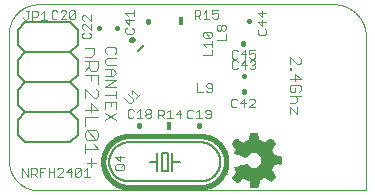
<source format=gto>
G75*
%MOIN*%
%OFA0B0*%
%FSLAX25Y25*%
%IPPOS*%
%LPD*%
%AMOC8*
5,1,8,0,0,1.08239X$1,22.5*
%
%ADD10C,0.00000*%
%ADD11C,0.00400*%
%ADD12C,0.00300*%
%ADD13C,0.01000*%
%ADD14C,0.01600*%
%ADD15R,0.01600X0.02800*%
%ADD16C,0.00800*%
%ADD17C,0.00600*%
%ADD18R,0.00015X0.00060*%
%ADD19R,0.00015X0.00060*%
%ADD20R,0.00015X0.00045*%
%ADD21R,0.00015X0.00105*%
%ADD22R,0.00015X0.00165*%
%ADD23R,0.00015X0.00225*%
%ADD24R,0.00015X0.00285*%
%ADD25R,0.00015X0.00345*%
%ADD26R,0.00015X0.00405*%
%ADD27R,0.00015X0.00435*%
%ADD28R,0.00015X0.00465*%
%ADD29R,0.00015X0.00495*%
%ADD30R,0.00015X0.00540*%
%ADD31R,0.00015X0.00585*%
%ADD32R,0.00015X0.00645*%
%ADD33R,0.00015X0.00150*%
%ADD34R,0.00015X0.00675*%
%ADD35R,0.00015X0.00195*%
%ADD36R,0.00015X0.00705*%
%ADD37R,0.00015X0.00240*%
%ADD38R,0.00015X0.00735*%
%ADD39R,0.00015X0.00270*%
%ADD40R,0.00015X0.00765*%
%ADD41R,0.00015X0.00300*%
%ADD42R,0.00015X0.00810*%
%ADD43R,0.00015X0.00360*%
%ADD44R,0.00015X0.00855*%
%ADD45R,0.00015X0.00435*%
%ADD46R,0.00015X0.00915*%
%ADD47R,0.00015X0.00465*%
%ADD48R,0.00015X0.00945*%
%ADD49R,0.00015X0.00960*%
%ADD50R,0.00015X0.00525*%
%ADD51R,0.00015X0.00990*%
%ADD52R,0.00015X0.00555*%
%ADD53R,0.00015X0.01035*%
%ADD54R,0.00015X0.00600*%
%ADD55R,0.00015X0.01080*%
%ADD56R,0.00015X0.01125*%
%ADD57R,0.00015X0.01170*%
%ADD58R,0.00015X0.00720*%
%ADD59R,0.00015X0.01200*%
%ADD60R,0.00015X0.00750*%
%ADD61R,0.00015X0.01230*%
%ADD62R,0.00015X0.00780*%
%ADD63R,0.00015X0.01260*%
%ADD64R,0.00015X0.00810*%
%ADD65R,0.00015X0.01305*%
%ADD66R,0.00015X0.01365*%
%ADD67R,0.00015X0.00900*%
%ADD68R,0.00015X0.01395*%
%ADD69R,0.00015X0.01440*%
%ADD70R,0.00015X0.01470*%
%ADD71R,0.00015X0.01005*%
%ADD72R,0.00015X0.01500*%
%ADD73R,0.00015X0.01020*%
%ADD74R,0.00015X0.01530*%
%ADD75R,0.00015X0.01065*%
%ADD76R,0.00015X0.01575*%
%ADD77R,0.00015X0.01095*%
%ADD78R,0.00015X0.01635*%
%ADD79R,0.00015X0.01155*%
%ADD80R,0.00015X0.01680*%
%ADD81R,0.00015X0.01200*%
%ADD82R,0.00015X0.01710*%
%ADD83R,0.00015X0.01230*%
%ADD84R,0.00015X0.01725*%
%ADD85R,0.00015X0.01245*%
%ADD86R,0.00015X0.01755*%
%ADD87R,0.00015X0.01275*%
%ADD88R,0.00015X0.01800*%
%ADD89R,0.00015X0.01320*%
%ADD90R,0.00015X0.01860*%
%ADD91R,0.00015X0.01905*%
%ADD92R,0.00015X0.01410*%
%ADD93R,0.00015X0.01935*%
%ADD94R,0.00015X0.01455*%
%ADD95R,0.00015X0.01965*%
%ADD96R,0.00015X0.01485*%
%ADD97R,0.00015X0.01995*%
%ADD98R,0.00015X0.01515*%
%ADD99R,0.00015X0.02040*%
%ADD100R,0.00015X0.01530*%
%ADD101R,0.00015X0.02070*%
%ADD102R,0.00015X0.01575*%
%ADD103R,0.00015X0.02115*%
%ADD104R,0.00015X0.01620*%
%ADD105R,0.00015X0.02160*%
%ADD106R,0.00015X0.01665*%
%ADD107R,0.00015X0.02190*%
%ADD108R,0.00015X0.00075*%
%ADD109R,0.00015X0.01695*%
%ADD110R,0.00015X0.02220*%
%ADD111R,0.00015X0.00105*%
%ADD112R,0.00015X0.02235*%
%ADD113R,0.00015X0.00135*%
%ADD114R,0.00015X0.01755*%
%ADD115R,0.00015X0.02280*%
%ADD116R,0.00015X0.00180*%
%ADD117R,0.00015X0.01785*%
%ADD118R,0.00015X0.02340*%
%ADD119R,0.00015X0.00240*%
%ADD120R,0.00015X0.01830*%
%ADD121R,0.00015X0.02385*%
%ADD122R,0.00015X0.01890*%
%ADD123R,0.00015X0.02415*%
%ADD124R,0.00015X0.00330*%
%ADD125R,0.00015X0.00120*%
%ADD126R,0.00015X0.01920*%
%ADD127R,0.00015X0.02430*%
%ADD128R,0.00015X0.00375*%
%ADD129R,0.00015X0.02460*%
%ADD130R,0.00015X0.00405*%
%ADD131R,0.00015X0.00195*%
%ADD132R,0.00015X0.01965*%
%ADD133R,0.00015X0.02505*%
%ADD134R,0.00015X0.00210*%
%ADD135R,0.00015X0.02010*%
%ADD136R,0.00015X0.02535*%
%ADD137R,0.00015X0.00480*%
%ADD138R,0.00015X0.02580*%
%ADD139R,0.00015X0.00540*%
%ADD140R,0.00015X0.02085*%
%ADD141R,0.00015X0.02625*%
%ADD142R,0.00015X0.02130*%
%ADD143R,0.00015X0.02670*%
%ADD144R,0.00015X0.00630*%
%ADD145R,0.00015X0.02700*%
%ADD146R,0.00015X0.00660*%
%ADD147R,0.00015X0.00450*%
%ADD148R,0.00015X0.02190*%
%ADD149R,0.00015X0.02715*%
%ADD150R,0.00015X0.02205*%
%ADD151R,0.00015X0.02745*%
%ADD152R,0.00015X0.00510*%
%ADD153R,0.00015X0.02235*%
%ADD154R,0.00015X0.02775*%
%ADD155R,0.00015X0.02820*%
%ADD156R,0.00015X0.02310*%
%ADD157R,0.00015X0.02880*%
%ADD158R,0.00015X0.00855*%
%ADD159R,0.00015X0.02355*%
%ADD160R,0.00015X0.02895*%
%ADD161R,0.00015X0.00870*%
%ADD162R,0.00015X0.00660*%
%ADD163R,0.00015X0.02925*%
%ADD164R,0.00015X0.00690*%
%ADD165R,0.00015X0.02970*%
%ADD166R,0.00015X0.03000*%
%ADD167R,0.00015X0.00750*%
%ADD168R,0.00015X0.03045*%
%ADD169R,0.00015X0.01005*%
%ADD170R,0.00015X0.00780*%
%ADD171R,0.00015X0.02505*%
%ADD172R,0.00015X0.03090*%
%ADD173R,0.00015X0.01050*%
%ADD174R,0.00015X0.00825*%
%ADD175R,0.00015X0.02550*%
%ADD176R,0.00015X0.03135*%
%ADD177R,0.00015X0.01095*%
%ADD178R,0.00015X0.00870*%
%ADD179R,0.00015X0.03165*%
%ADD180R,0.00015X0.01125*%
%ADD181R,0.00015X0.02625*%
%ADD182R,0.00015X0.03195*%
%ADD183R,0.00015X0.01140*%
%ADD184R,0.00015X0.00930*%
%ADD185R,0.00015X0.02655*%
%ADD186R,0.00015X0.03210*%
%ADD187R,0.00015X0.00960*%
%ADD188R,0.00015X0.03240*%
%ADD189R,0.00015X0.02700*%
%ADD190R,0.00015X0.03285*%
%ADD191R,0.00015X0.01245*%
%ADD192R,0.00015X0.02745*%
%ADD193R,0.00015X0.03330*%
%ADD194R,0.00015X0.02790*%
%ADD195R,0.00015X0.03360*%
%ADD196R,0.00015X0.01110*%
%ADD197R,0.00015X0.02835*%
%ADD198R,0.00015X0.03390*%
%ADD199R,0.00015X0.01335*%
%ADD200R,0.00015X0.01140*%
%ADD201R,0.00015X0.02865*%
%ADD202R,0.00015X0.03420*%
%ADD203R,0.00015X0.01155*%
%ADD204R,0.00015X0.04905*%
%ADD205R,0.00015X0.04920*%
%ADD206R,0.00015X0.02940*%
%ADD207R,0.00015X0.04950*%
%ADD208R,0.00015X0.02985*%
%ADD209R,0.00015X0.04965*%
%ADD210R,0.00015X0.01275*%
%ADD211R,0.00015X0.03015*%
%ADD212R,0.00015X0.04980*%
%ADD213R,0.00015X0.03045*%
%ADD214R,0.00015X0.05010*%
%ADD215R,0.00015X0.01335*%
%ADD216R,0.00015X0.03075*%
%ADD217R,0.00015X0.01350*%
%ADD218R,0.00015X0.03105*%
%ADD219R,0.00015X0.05040*%
%ADD220R,0.00015X0.01380*%
%ADD221R,0.00015X0.05040*%
%ADD222R,0.00015X0.01410*%
%ADD223R,0.00015X0.03180*%
%ADD224R,0.00015X0.05070*%
%ADD225R,0.00015X0.03225*%
%ADD226R,0.00015X0.03255*%
%ADD227R,0.00015X0.05085*%
%ADD228R,0.00015X0.01515*%
%ADD229R,0.00015X0.03300*%
%ADD230R,0.00015X0.05100*%
%ADD231R,0.00015X0.04935*%
%ADD232R,0.00015X0.05115*%
%ADD233R,0.00015X0.04995*%
%ADD234R,0.00015X0.05130*%
%ADD235R,0.00015X0.05010*%
%ADD236R,0.00015X0.05130*%
%ADD237R,0.00015X0.05010*%
%ADD238R,0.00015X0.05025*%
%ADD239R,0.00015X0.05040*%
%ADD240R,0.00015X0.05055*%
%ADD241R,0.00015X0.05130*%
%ADD242R,0.00015X0.05085*%
%ADD243R,0.00015X0.05115*%
%ADD244R,0.00015X0.05145*%
%ADD245R,0.00015X0.05160*%
%ADD246R,0.00015X0.05130*%
%ADD247R,0.00015X0.05190*%
%ADD248R,0.00015X0.05190*%
%ADD249R,0.00015X0.05205*%
%ADD250R,0.00015X0.05220*%
%ADD251R,0.00015X0.05070*%
%ADD252R,0.00015X0.05085*%
%ADD253R,0.00015X0.05205*%
%ADD254R,0.00015X0.05220*%
%ADD255R,0.00015X0.05055*%
%ADD256R,0.00015X0.05025*%
%ADD257R,0.00015X0.05205*%
%ADD258R,0.00015X0.05025*%
%ADD259R,0.00015X0.05190*%
%ADD260R,0.00015X0.05190*%
%ADD261R,0.00015X0.04995*%
%ADD262R,0.00015X0.05175*%
%ADD263R,0.00015X0.04950*%
%ADD264R,0.00015X0.05145*%
%ADD265R,0.00015X0.05145*%
%ADD266R,0.00015X0.04920*%
%ADD267R,0.00015X0.04905*%
%ADD268R,0.00015X0.04905*%
%ADD269R,0.00015X0.05115*%
%ADD270R,0.00015X0.04890*%
%ADD271R,0.00015X0.04890*%
%ADD272R,0.00015X0.04875*%
%ADD273R,0.00015X0.04845*%
%ADD274R,0.00015X0.04830*%
%ADD275R,0.00015X0.04830*%
%ADD276R,0.00015X0.05070*%
%ADD277R,0.00015X0.04830*%
%ADD278R,0.00015X0.04815*%
%ADD279R,0.00015X0.04800*%
%ADD280R,0.00015X0.04800*%
%ADD281R,0.00015X0.05010*%
%ADD282R,0.00015X0.04785*%
%ADD283R,0.00015X0.04770*%
%ADD284R,0.00015X0.04770*%
%ADD285R,0.00015X0.04755*%
%ADD286R,0.00015X0.04740*%
%ADD287R,0.00015X0.04725*%
%ADD288R,0.00015X0.04725*%
%ADD289R,0.00015X0.04980*%
%ADD290R,0.00015X0.04710*%
%ADD291R,0.00015X0.04725*%
%ADD292R,0.00015X0.04710*%
%ADD293R,0.00015X0.04695*%
%ADD294R,0.00015X0.04680*%
%ADD295R,0.00015X0.04695*%
%ADD296R,0.00015X0.04680*%
%ADD297R,0.00015X0.04905*%
%ADD298R,0.00015X0.04665*%
%ADD299R,0.00015X0.04650*%
%ADD300R,0.00015X0.04635*%
%ADD301R,0.00015X0.04620*%
%ADD302R,0.00015X0.04620*%
%ADD303R,0.00015X0.04890*%
%ADD304R,0.00015X0.04605*%
%ADD305R,0.00015X0.04605*%
%ADD306R,0.00015X0.04590*%
%ADD307R,0.00015X0.04845*%
%ADD308R,0.00015X0.04575*%
%ADD309R,0.00015X0.04590*%
%ADD310R,0.00015X0.04575*%
%ADD311R,0.00015X0.04845*%
%ADD312R,0.00015X0.04560*%
%ADD313R,0.00015X0.04545*%
%ADD314R,0.00015X0.04530*%
%ADD315R,0.00015X0.04515*%
%ADD316R,0.00015X0.04530*%
%ADD317R,0.00015X0.04500*%
%ADD318R,0.00015X0.04515*%
%ADD319R,0.00015X0.04785*%
%ADD320R,0.00015X0.04485*%
%ADD321R,0.00015X0.04755*%
%ADD322R,0.00015X0.04470*%
%ADD323R,0.00015X0.04740*%
%ADD324R,0.00015X0.04485*%
%ADD325R,0.00015X0.04755*%
%ADD326R,0.00015X0.04545*%
%ADD327R,0.00015X0.04695*%
%ADD328R,0.00015X0.04680*%
%ADD329R,0.00015X0.04665*%
%ADD330R,0.00015X0.04725*%
%ADD331R,0.00015X0.04680*%
%ADD332R,0.00015X0.04860*%
%ADD333R,0.00015X0.04740*%
%ADD334R,0.00015X0.04875*%
%ADD335R,0.00015X0.04965*%
%ADD336R,0.00015X0.04860*%
%ADD337R,0.00015X0.04995*%
%ADD338R,0.00015X0.04875*%
%ADD339R,0.00015X0.04980*%
%ADD340R,0.00015X0.05235*%
%ADD341R,0.00015X0.05235*%
%ADD342R,0.00015X0.05250*%
%ADD343R,0.00015X0.05280*%
%ADD344R,0.00015X0.05295*%
%ADD345R,0.00015X0.05325*%
%ADD346R,0.00015X0.05340*%
%ADD347R,0.00015X0.05235*%
%ADD348R,0.00015X0.05355*%
%ADD349R,0.00015X0.05370*%
%ADD350R,0.00015X0.05265*%
%ADD351R,0.00015X0.05370*%
%ADD352R,0.00015X0.05280*%
%ADD353R,0.00015X0.05385*%
%ADD354R,0.00015X0.05295*%
%ADD355R,0.00015X0.05400*%
%ADD356R,0.00015X0.05415*%
%ADD357R,0.00015X0.05310*%
%ADD358R,0.00015X0.05430*%
%ADD359R,0.00015X0.05445*%
%ADD360R,0.00015X0.05460*%
%ADD361R,0.00015X0.05355*%
%ADD362R,0.00015X0.05475*%
%ADD363R,0.00015X0.05505*%
%ADD364R,0.00015X0.05520*%
%ADD365R,0.00015X0.05535*%
%ADD366R,0.00015X0.05550*%
%ADD367R,0.00015X0.05550*%
%ADD368R,0.00015X0.05475*%
%ADD369R,0.00015X0.05490*%
%ADD370R,0.00015X0.05475*%
%ADD371R,0.00015X0.05385*%
%ADD372R,0.00015X0.05370*%
%ADD373R,0.00015X0.05325*%
%ADD374R,0.00015X0.05310*%
%ADD375R,0.00015X0.05265*%
%ADD376R,0.00015X0.05175*%
%ADD377R,0.00015X0.04980*%
%ADD378R,0.00015X0.04965*%
%ADD379R,0.00015X0.04860*%
%ADD380R,0.00015X0.04845*%
%ADD381R,0.00015X0.04815*%
%ADD382R,0.00015X0.04770*%
%ADD383R,0.00015X0.05295*%
%ADD384R,0.00015X0.04635*%
%ADD385R,0.00015X0.05610*%
%ADD386R,0.00015X0.05700*%
%ADD387R,0.00015X0.05760*%
%ADD388R,0.00015X0.05805*%
%ADD389R,0.00015X0.05850*%
%ADD390R,0.00015X0.05895*%
%ADD391R,0.00015X0.06000*%
%ADD392R,0.00015X0.06135*%
%ADD393R,0.00015X0.06225*%
%ADD394R,0.00015X0.06300*%
%ADD395R,0.00015X0.06330*%
%ADD396R,0.00015X0.06375*%
%ADD397R,0.00015X0.06450*%
%ADD398R,0.00015X0.06570*%
%ADD399R,0.00015X0.05565*%
%ADD400R,0.00015X0.06690*%
%ADD401R,0.00015X0.06735*%
%ADD402R,0.00015X0.05790*%
%ADD403R,0.00015X0.06765*%
%ADD404R,0.00015X0.05850*%
%ADD405R,0.00015X0.06780*%
%ADD406R,0.00015X0.05895*%
%ADD407R,0.00015X0.06795*%
%ADD408R,0.00015X0.05955*%
%ADD409R,0.00015X0.06810*%
%ADD410R,0.00015X0.06060*%
%ADD411R,0.00015X0.06195*%
%ADD412R,0.00015X0.06825*%
%ADD413R,0.00015X0.06330*%
%ADD414R,0.00015X0.06840*%
%ADD415R,0.00015X0.06390*%
%ADD416R,0.00015X0.06495*%
%ADD417R,0.00015X0.06840*%
%ADD418R,0.00015X0.06555*%
%ADD419R,0.00015X0.06825*%
%ADD420R,0.00015X0.06645*%
%ADD421R,0.00015X0.06825*%
%ADD422R,0.00015X0.06705*%
%ADD423R,0.00015X0.06705*%
%ADD424R,0.00015X0.06810*%
%ADD425R,0.00015X0.06720*%
%ADD426R,0.00015X0.06795*%
%ADD427R,0.00015X0.06750*%
%ADD428R,0.00015X0.06765*%
%ADD429R,0.00015X0.06795*%
%ADD430R,0.00015X0.06780*%
%ADD431R,0.00015X0.06780*%
%ADD432R,0.00015X0.06750*%
%ADD433R,0.00015X0.06720*%
%ADD434R,0.00015X0.06720*%
%ADD435R,0.00015X0.06705*%
%ADD436R,0.00015X0.06705*%
%ADD437R,0.00015X0.06690*%
%ADD438R,0.00015X0.06675*%
%ADD439R,0.00015X0.06690*%
%ADD440R,0.00015X0.06675*%
%ADD441R,0.00015X0.06675*%
%ADD442R,0.00015X0.06660*%
%ADD443R,0.00015X0.06675*%
%ADD444R,0.00015X0.06660*%
%ADD445R,0.00015X0.06660*%
%ADD446R,0.00015X0.06645*%
%ADD447R,0.00015X0.06630*%
%ADD448R,0.00015X0.06660*%
%ADD449R,0.00015X0.06630*%
%ADD450R,0.00015X0.06645*%
%ADD451R,0.00015X0.06735*%
%ADD452R,0.00015X0.06765*%
%ADD453R,0.00015X0.06780*%
%ADD454R,0.00015X0.06825*%
%ADD455R,0.00015X0.06855*%
%ADD456R,0.00015X0.06855*%
%ADD457R,0.00015X0.06870*%
%ADD458R,0.00015X0.06885*%
%ADD459R,0.00015X0.06525*%
%ADD460R,0.00015X0.06405*%
%ADD461R,0.00015X0.06255*%
%ADD462R,0.00015X0.06165*%
%ADD463R,0.00015X0.06870*%
%ADD464R,0.00015X0.06120*%
%ADD465R,0.00015X0.06885*%
%ADD466R,0.00015X0.06060*%
%ADD467R,0.00015X0.06015*%
%ADD468R,0.00015X0.05910*%
%ADD469R,0.00015X0.05670*%
%ADD470R,0.00015X0.05595*%
%ADD471R,0.00015X0.06585*%
%ADD472R,0.00015X0.05160*%
%ADD473R,0.00015X0.06390*%
%ADD474R,0.00015X0.05025*%
%ADD475R,0.00015X0.06330*%
%ADD476R,0.00015X0.06075*%
%ADD477R,0.00015X0.05820*%
%ADD478R,0.00015X0.05775*%
%ADD479R,0.00015X0.05685*%
%ADD480R,0.00015X0.05460*%
%ADD481R,0.00015X0.04860*%
%ADD482R,0.00015X0.04935*%
%ADD483R,0.00015X0.05160*%
%ADD484R,0.00015X0.05325*%
%ADD485R,0.00015X0.05340*%
%ADD486R,0.00015X0.05355*%
%ADD487R,0.00015X0.05430*%
%ADD488R,0.00015X0.05535*%
%ADD489R,0.00015X0.05595*%
%ADD490R,0.00015X0.05640*%
%ADD491R,0.00015X0.05640*%
%ADD492R,0.00015X0.05670*%
%ADD493R,0.00015X0.05685*%
%ADD494R,0.00015X0.05700*%
%ADD495R,0.00015X0.05715*%
%ADD496R,0.00015X0.05715*%
%ADD497R,0.00015X0.05730*%
%ADD498R,0.00015X0.05745*%
%ADD499R,0.00015X0.05760*%
%ADD500R,0.00015X0.06000*%
%ADD501R,0.00015X0.06105*%
%ADD502R,0.00015X0.06180*%
%ADD503R,0.00015X0.06210*%
%ADD504R,0.00015X0.12690*%
%ADD505R,0.00015X0.12675*%
%ADD506R,0.00015X0.12660*%
%ADD507R,0.00015X0.12660*%
%ADD508R,0.00015X0.12645*%
%ADD509R,0.00015X0.12615*%
%ADD510R,0.00015X0.12600*%
%ADD511R,0.00015X0.12585*%
%ADD512R,0.00015X0.12555*%
%ADD513R,0.00015X0.12540*%
%ADD514R,0.00015X0.12525*%
%ADD515R,0.00015X0.12510*%
%ADD516R,0.00015X0.12510*%
%ADD517R,0.00015X0.12480*%
%ADD518R,0.00015X0.12450*%
%ADD519R,0.00015X0.12435*%
%ADD520R,0.00015X0.12420*%
%ADD521R,0.00015X0.12390*%
%ADD522R,0.00015X0.12375*%
%ADD523R,0.00015X0.12360*%
%ADD524R,0.00015X0.12330*%
%ADD525R,0.00015X0.12300*%
%ADD526R,0.00015X0.12285*%
%ADD527R,0.00015X0.12270*%
%ADD528R,0.00015X0.12255*%
%ADD529R,0.00015X0.12240*%
%ADD530R,0.00015X0.12225*%
%ADD531R,0.00015X0.12195*%
%ADD532R,0.00015X0.12165*%
%ADD533R,0.00015X0.12150*%
%ADD534R,0.00015X0.12135*%
%ADD535R,0.00015X0.12120*%
%ADD536R,0.00015X0.12090*%
%ADD537R,0.00015X0.12075*%
%ADD538R,0.00015X0.12060*%
%ADD539R,0.00015X0.12045*%
%ADD540R,0.00015X0.12015*%
%ADD541R,0.00015X0.12000*%
%ADD542R,0.00015X0.11985*%
%ADD543R,0.00015X0.11955*%
%ADD544R,0.00015X0.11940*%
%ADD545R,0.00015X0.11925*%
%ADD546R,0.00015X0.11910*%
%ADD547R,0.00015X0.11910*%
%ADD548R,0.00015X0.11880*%
%ADD549R,0.00015X0.11850*%
%ADD550R,0.00015X0.11835*%
%ADD551R,0.00015X0.11805*%
%ADD552R,0.00015X0.11775*%
%ADD553R,0.00015X0.11760*%
%ADD554R,0.00015X0.11745*%
%ADD555R,0.00015X0.11730*%
%ADD556R,0.00015X0.11700*%
%ADD557R,0.00015X0.11700*%
%ADD558R,0.00015X0.11685*%
%ADD559R,0.00015X0.11655*%
%ADD560R,0.00015X0.11640*%
%ADD561R,0.00015X0.11625*%
%ADD562R,0.00015X0.11625*%
%ADD563R,0.00015X0.11670*%
%ADD564R,0.00015X0.11715*%
%ADD565R,0.00015X0.11790*%
%ADD566R,0.00015X0.11820*%
%ADD567R,0.00015X0.11820*%
%ADD568R,0.00015X0.11880*%
%ADD569R,0.00015X0.11895*%
%ADD570R,0.00015X0.11970*%
%ADD571R,0.00015X0.12045*%
%ADD572R,0.00015X0.12075*%
%ADD573R,0.00015X0.12105*%
%ADD574R,0.00015X0.12135*%
%ADD575R,0.00015X0.12165*%
%ADD576R,0.00015X0.12180*%
%ADD577R,0.00015X0.12195*%
%ADD578R,0.00015X0.12210*%
%ADD579R,0.00015X0.12225*%
%ADD580R,0.00015X0.12255*%
%ADD581R,0.00015X0.12360*%
%ADD582R,0.00015X0.12390*%
%ADD583R,0.00015X0.12405*%
%ADD584R,0.00015X0.12435*%
%ADD585R,0.00015X0.12480*%
%ADD586R,0.00015X0.12480*%
%ADD587R,0.00015X0.12510*%
%ADD588R,0.00015X0.12570*%
%ADD589R,0.00015X0.12630*%
%ADD590R,0.00015X0.12675*%
%ADD591R,0.00015X0.12705*%
%ADD592R,0.00015X0.12735*%
%ADD593R,0.00015X0.12750*%
%ADD594R,0.00015X0.12780*%
%ADD595R,0.00015X0.12795*%
%ADD596R,0.00015X0.12810*%
%ADD597R,0.00015X0.12840*%
%ADD598R,0.00015X0.12855*%
%ADD599R,0.00015X0.12885*%
%ADD600R,0.00015X0.12900*%
%ADD601R,0.00015X0.12915*%
%ADD602R,0.00015X0.12945*%
%ADD603R,0.00015X0.12960*%
%ADD604R,0.00015X0.12990*%
%ADD605R,0.00015X0.13005*%
%ADD606R,0.00015X0.13020*%
%ADD607R,0.00015X0.13035*%
%ADD608R,0.00015X0.13065*%
%ADD609R,0.00015X0.13080*%
%ADD610R,0.00015X0.13110*%
%ADD611R,0.00015X0.13125*%
%ADD612R,0.00015X0.13155*%
%ADD613R,0.00015X0.13170*%
%ADD614R,0.00015X0.13200*%
%ADD615R,0.00015X0.13230*%
%ADD616R,0.00015X0.13260*%
%ADD617R,0.00015X0.13290*%
%ADD618R,0.00015X0.13320*%
%ADD619R,0.00015X0.13350*%
%ADD620R,0.00015X0.13365*%
%ADD621R,0.00015X0.13395*%
%ADD622R,0.00015X0.13425*%
%ADD623R,0.00015X0.13455*%
%ADD624R,0.00015X0.13470*%
%ADD625R,0.00015X0.13500*%
%ADD626R,0.00015X0.13530*%
%ADD627R,0.00015X0.13560*%
%ADD628R,0.00015X0.13575*%
%ADD629R,0.00015X0.13605*%
%ADD630R,0.00015X0.13635*%
%ADD631R,0.00015X0.13650*%
%ADD632R,0.00015X0.13680*%
%ADD633R,0.00015X0.13695*%
%ADD634R,0.00015X0.13725*%
%ADD635R,0.00015X0.13740*%
%ADD636R,0.00015X0.13770*%
%ADD637R,0.00015X0.13785*%
%ADD638R,0.00015X0.13800*%
%ADD639R,0.00015X0.13830*%
%ADD640R,0.00015X0.13860*%
%ADD641R,0.00015X0.13875*%
%ADD642R,0.00015X0.13905*%
%ADD643R,0.00015X0.13935*%
%ADD644R,0.00015X0.13950*%
%ADD645R,0.00015X0.13980*%
%ADD646R,0.00015X0.14010*%
%ADD647R,0.00015X0.14025*%
%ADD648R,0.00015X0.14055*%
%ADD649R,0.00015X0.14070*%
%ADD650R,0.00015X0.14085*%
%ADD651R,0.00015X0.14115*%
%ADD652R,0.00015X0.14145*%
%ADD653R,0.00015X0.14160*%
%ADD654R,0.00015X0.14190*%
%ADD655R,0.00015X0.14205*%
%ADD656R,0.00015X0.14220*%
%ADD657R,0.00015X0.14235*%
%ADD658R,0.00015X0.14265*%
%ADD659R,0.00015X0.14280*%
%ADD660R,0.00015X0.14295*%
%ADD661R,0.00015X0.14295*%
%ADD662R,0.00015X0.14250*%
%ADD663R,0.00015X0.14205*%
%ADD664R,0.00015X0.14175*%
%ADD665R,0.00015X0.14160*%
%ADD666R,0.00015X0.14130*%
%ADD667R,0.00015X0.14100*%
%ADD668R,0.00015X0.14040*%
%ADD669R,0.00015X0.14010*%
%ADD670R,0.00015X0.03465*%
%ADD671R,0.00015X0.10440*%
%ADD672R,0.00015X0.03420*%
%ADD673R,0.00015X0.10395*%
%ADD674R,0.00015X0.03375*%
%ADD675R,0.00015X0.10335*%
%ADD676R,0.00015X0.03570*%
%ADD677R,0.00015X0.06600*%
%ADD678R,0.00015X0.03525*%
%ADD679R,0.00015X0.03270*%
%ADD680R,0.00015X0.03495*%
%ADD681R,0.00015X0.03210*%
%ADD682R,0.00015X0.06480*%
%ADD683R,0.00015X0.03435*%
%ADD684R,0.00015X0.03165*%
%ADD685R,0.00015X0.03390*%
%ADD686R,0.00015X0.03120*%
%ADD687R,0.00015X0.06315*%
%ADD688R,0.00015X0.03345*%
%ADD689R,0.00015X0.03090*%
%ADD690R,0.00015X0.03075*%
%ADD691R,0.00015X0.06225*%
%ADD692R,0.00015X0.03270*%
%ADD693R,0.00015X0.06180*%
%ADD694R,0.00015X0.02970*%
%ADD695R,0.00015X0.06075*%
%ADD696R,0.00015X0.03195*%
%ADD697R,0.00015X0.02925*%
%ADD698R,0.00015X0.05985*%
%ADD699R,0.00015X0.03135*%
%ADD700R,0.00015X0.02850*%
%ADD701R,0.00015X0.05835*%
%ADD702R,0.00015X0.03030*%
%ADD703R,0.00015X0.02805*%
%ADD704R,0.00015X0.02730*%
%ADD705R,0.00015X0.05625*%
%ADD706R,0.00015X0.02925*%
%ADD707R,0.00015X0.02640*%
%ADD708R,0.00015X0.02595*%
%ADD709R,0.00015X0.02565*%
%ADD710R,0.00015X0.02760*%
%ADD711R,0.00015X0.02520*%
%ADD712R,0.00015X0.02730*%
%ADD713R,0.00015X0.02475*%
%ADD714R,0.00015X0.02685*%
%ADD715R,0.00015X0.02445*%
%ADD716R,0.00015X0.02400*%
%ADD717R,0.00015X0.02370*%
%ADD718R,0.00015X0.02565*%
%ADD719R,0.00015X0.02340*%
%ADD720R,0.00015X0.02325*%
%ADD721R,0.00015X0.02505*%
%ADD722R,0.00015X0.02280*%
%ADD723R,0.00015X0.02460*%
%ADD724R,0.00015X0.04560*%
%ADD725R,0.00015X0.02190*%
%ADD726R,0.00015X0.04440*%
%ADD727R,0.00015X0.02370*%
%ADD728R,0.00015X0.02145*%
%ADD729R,0.00015X0.04365*%
%ADD730R,0.00015X0.04320*%
%ADD731R,0.00015X0.02310*%
%ADD732R,0.00015X0.02100*%
%ADD733R,0.00015X0.04260*%
%ADD734R,0.00015X0.04200*%
%ADD735R,0.00015X0.02265*%
%ADD736R,0.00015X0.02040*%
%ADD737R,0.00015X0.04095*%
%ADD738R,0.00015X0.02220*%
%ADD739R,0.00015X0.03915*%
%ADD740R,0.00015X0.02175*%
%ADD741R,0.00015X0.03765*%
%ADD742R,0.00015X0.03675*%
%ADD743R,0.00015X0.01890*%
%ADD744R,0.00015X0.03615*%
%ADD745R,0.00015X0.02055*%
%ADD746R,0.00015X0.01860*%
%ADD747R,0.00015X0.03555*%
%ADD748R,0.00015X0.01815*%
%ADD749R,0.00015X0.03450*%
%ADD750R,0.00015X0.01725*%
%ADD751R,0.00015X0.03315*%
%ADD752R,0.00015X0.01905*%
%ADD753R,0.00015X0.01680*%
%ADD754R,0.00015X0.01650*%
%ADD755R,0.00015X0.01620*%
%ADD756R,0.00015X0.01590*%
%ADD757R,0.00015X0.01770*%
%ADD758R,0.00015X0.01560*%
%ADD759R,0.00015X0.03240*%
%ADD760R,0.00015X0.01740*%
%ADD761R,0.00015X0.01665*%
%ADD762R,0.00015X0.01455*%
%ADD763R,0.00015X0.01635*%
%ADD764R,0.00015X0.01410*%
%ADD765R,0.00015X0.01395*%
%ADD766R,0.00015X0.01365*%
%ADD767R,0.00015X0.01335*%
%ADD768R,0.00015X0.01290*%
%ADD769R,0.00015X0.03210*%
%ADD770R,0.00015X0.01455*%
%ADD771R,0.00015X0.01185*%
%ADD772R,0.00015X0.01290*%
%ADD773R,0.00015X0.01110*%
%ADD774R,0.00015X0.01260*%
%ADD775R,0.00015X0.03180*%
%ADD776R,0.00015X0.00975*%
%ADD777R,0.00015X0.03150*%
%ADD778R,0.00015X0.00885*%
%ADD779R,0.00015X0.03150*%
%ADD780R,0.00015X0.01050*%
%ADD781R,0.00015X0.00795*%
%ADD782R,0.00015X0.00885*%
%ADD783R,0.00015X0.00690*%
%ADD784R,0.00015X0.00840*%
%ADD785R,0.00015X0.00570*%
%ADD786R,0.00015X0.00525*%
%ADD787R,0.00015X0.03105*%
%ADD788R,0.00015X0.00660*%
%ADD789R,0.00015X0.00615*%
%ADD790R,0.00015X0.00420*%
%ADD791R,0.00015X0.00555*%
%ADD792R,0.00015X0.00390*%
%ADD793R,0.00015X0.00525*%
%ADD794R,0.00015X0.00360*%
%ADD795R,0.00015X0.00495*%
%ADD796R,0.00015X0.03075*%
%ADD797R,0.00015X0.00450*%
%ADD798R,0.00015X0.00225*%
%ADD799R,0.00015X0.00345*%
%ADD800R,0.00015X0.00255*%
%ADD801R,0.00015X0.03060*%
%ADD802R,0.00015X0.00180*%
%ADD803R,0.00015X0.00075*%
%ADD804R,0.00015X0.03000*%
%ADD805R,0.00015X0.02955*%
%ADD806R,0.00015X0.02940*%
%ADD807R,0.00015X0.02940*%
%ADD808R,0.00015X0.02910*%
%ADD809R,0.00015X0.02910*%
%ADD810R,0.00015X0.02865*%
%ADD811R,0.00015X0.02805*%
%ADD812R,0.00015X0.02775*%
%ADD813R,0.00015X0.02760*%
%ADD814R,0.00015X0.02655*%
%ADD815R,0.00015X0.02640*%
%ADD816R,0.00015X0.02610*%
%ADD817R,0.00015X0.02595*%
%ADD818R,0.00015X0.02535*%
%ADD819R,0.00015X0.02475*%
%ADD820R,0.00015X0.02175*%
%ADD821R,0.00015X0.01575*%
D10*
X0011350Y0008680D02*
X0120500Y0008680D01*
X0120500Y0059915D01*
X0120497Y0060175D01*
X0120487Y0060435D01*
X0120472Y0060695D01*
X0120450Y0060954D01*
X0120422Y0061212D01*
X0120387Y0061470D01*
X0120346Y0061727D01*
X0120299Y0061983D01*
X0120246Y0062238D01*
X0120187Y0062491D01*
X0120122Y0062743D01*
X0120051Y0062993D01*
X0119973Y0063241D01*
X0119890Y0063488D01*
X0119801Y0063732D01*
X0119705Y0063974D01*
X0119604Y0064214D01*
X0119498Y0064451D01*
X0119385Y0064686D01*
X0119267Y0064917D01*
X0119143Y0065146D01*
X0119014Y0065372D01*
X0118880Y0065595D01*
X0118740Y0065814D01*
X0118595Y0066030D01*
X0118444Y0066242D01*
X0118289Y0066450D01*
X0118128Y0066655D01*
X0117963Y0066856D01*
X0117793Y0067053D01*
X0117618Y0067245D01*
X0117439Y0067434D01*
X0117255Y0067618D01*
X0117066Y0067797D01*
X0116874Y0067972D01*
X0116677Y0068142D01*
X0116476Y0068307D01*
X0116271Y0068468D01*
X0116063Y0068623D01*
X0115851Y0068774D01*
X0115635Y0068919D01*
X0115416Y0069059D01*
X0115193Y0069193D01*
X0114967Y0069322D01*
X0114738Y0069446D01*
X0114507Y0069564D01*
X0114272Y0069677D01*
X0114035Y0069783D01*
X0113795Y0069884D01*
X0113553Y0069980D01*
X0113309Y0070069D01*
X0113062Y0070152D01*
X0112814Y0070230D01*
X0112564Y0070301D01*
X0112312Y0070366D01*
X0112059Y0070425D01*
X0111804Y0070478D01*
X0111548Y0070525D01*
X0111291Y0070566D01*
X0111033Y0070601D01*
X0110775Y0070629D01*
X0110516Y0070651D01*
X0110256Y0070666D01*
X0109996Y0070676D01*
X0109736Y0070679D01*
X0109736Y0070680D02*
X0011312Y0070680D01*
X0011075Y0070677D01*
X0010838Y0070669D01*
X0010601Y0070654D01*
X0010365Y0070634D01*
X0010129Y0070608D01*
X0009894Y0070577D01*
X0009660Y0070540D01*
X0009427Y0070497D01*
X0009195Y0070449D01*
X0008964Y0070395D01*
X0008734Y0070335D01*
X0008506Y0070270D01*
X0008280Y0070200D01*
X0008055Y0070124D01*
X0007833Y0070042D01*
X0007612Y0069956D01*
X0007393Y0069864D01*
X0007177Y0069766D01*
X0006963Y0069664D01*
X0006752Y0069556D01*
X0006544Y0069443D01*
X0006338Y0069326D01*
X0006135Y0069203D01*
X0005935Y0069075D01*
X0005738Y0068943D01*
X0005545Y0068806D01*
X0005355Y0068664D01*
X0005168Y0068518D01*
X0004985Y0068367D01*
X0004805Y0068212D01*
X0004630Y0068053D01*
X0004458Y0067889D01*
X0004291Y0067722D01*
X0004127Y0067550D01*
X0003968Y0067375D01*
X0003813Y0067195D01*
X0003662Y0067012D01*
X0003516Y0066825D01*
X0003374Y0066635D01*
X0003237Y0066442D01*
X0003105Y0066245D01*
X0002977Y0066045D01*
X0002854Y0065842D01*
X0002737Y0065636D01*
X0002624Y0065428D01*
X0002516Y0065217D01*
X0002414Y0065003D01*
X0002316Y0064787D01*
X0002224Y0064568D01*
X0002138Y0064347D01*
X0002056Y0064125D01*
X0001980Y0063900D01*
X0001910Y0063674D01*
X0001845Y0063446D01*
X0001785Y0063216D01*
X0001731Y0062985D01*
X0001683Y0062753D01*
X0001640Y0062520D01*
X0001603Y0062286D01*
X0001572Y0062051D01*
X0001546Y0061815D01*
X0001526Y0061579D01*
X0001511Y0061342D01*
X0001503Y0061105D01*
X0001500Y0060868D01*
X0001500Y0018530D01*
X0001503Y0018292D01*
X0001512Y0018054D01*
X0001526Y0017817D01*
X0001546Y0017579D01*
X0001572Y0017343D01*
X0001603Y0017107D01*
X0001641Y0016872D01*
X0001684Y0016638D01*
X0001732Y0016405D01*
X0001786Y0016173D01*
X0001846Y0015942D01*
X0001911Y0015713D01*
X0001982Y0015486D01*
X0002058Y0015261D01*
X0002140Y0015037D01*
X0002227Y0014816D01*
X0002320Y0014596D01*
X0002417Y0014379D01*
X0002520Y0014165D01*
X0002628Y0013952D01*
X0002741Y0013743D01*
X0002860Y0013536D01*
X0002983Y0013333D01*
X0003111Y0013132D01*
X0003244Y0012935D01*
X0003381Y0012740D01*
X0003523Y0012549D01*
X0003670Y0012362D01*
X0003821Y0012178D01*
X0003977Y0011998D01*
X0004137Y0011822D01*
X0004301Y0011650D01*
X0004470Y0011481D01*
X0004642Y0011317D01*
X0004818Y0011157D01*
X0004998Y0011001D01*
X0005182Y0010850D01*
X0005369Y0010703D01*
X0005560Y0010561D01*
X0005755Y0010424D01*
X0005952Y0010291D01*
X0006153Y0010163D01*
X0006356Y0010040D01*
X0006563Y0009921D01*
X0006772Y0009808D01*
X0006985Y0009700D01*
X0007199Y0009597D01*
X0007416Y0009500D01*
X0007636Y0009407D01*
X0007857Y0009320D01*
X0008081Y0009238D01*
X0008306Y0009162D01*
X0008533Y0009091D01*
X0008762Y0009026D01*
X0008993Y0008966D01*
X0009225Y0008912D01*
X0009458Y0008864D01*
X0009692Y0008821D01*
X0009927Y0008783D01*
X0010163Y0008752D01*
X0010399Y0008726D01*
X0010637Y0008706D01*
X0010874Y0008692D01*
X0011112Y0008683D01*
X0011350Y0008680D01*
D11*
X0027467Y0017914D02*
X0030537Y0017914D01*
X0029002Y0019448D02*
X0029002Y0016379D01*
X0026700Y0020983D02*
X0026700Y0024052D01*
X0026700Y0022518D02*
X0031304Y0022518D01*
X0029769Y0024052D01*
X0030537Y0025587D02*
X0027467Y0025587D01*
X0026700Y0026354D01*
X0026700Y0027889D01*
X0027467Y0028656D01*
X0030537Y0025587D01*
X0031304Y0026354D01*
X0031304Y0027889D01*
X0030537Y0028656D01*
X0027467Y0028656D01*
X0026700Y0030191D02*
X0026700Y0033260D01*
X0031304Y0033260D01*
X0029002Y0034795D02*
X0029002Y0037864D01*
X0031304Y0035562D01*
X0026700Y0035562D01*
X0026700Y0039399D02*
X0026700Y0042468D01*
X0029769Y0039399D01*
X0030537Y0039399D01*
X0031304Y0040166D01*
X0031304Y0041701D01*
X0030537Y0042468D01*
X0031304Y0044003D02*
X0031304Y0047072D01*
X0026700Y0047072D01*
X0026700Y0048606D02*
X0028235Y0050141D01*
X0028235Y0049374D02*
X0028235Y0051676D01*
X0026700Y0051676D02*
X0031304Y0051676D01*
X0031304Y0049374D01*
X0030537Y0048606D01*
X0029002Y0048606D01*
X0028235Y0049374D01*
X0029002Y0047072D02*
X0029002Y0045537D01*
X0029002Y0053210D02*
X0026700Y0053210D01*
X0029002Y0053210D02*
X0029769Y0053978D01*
X0029769Y0056280D01*
X0026700Y0056280D01*
D12*
X0026381Y0059330D02*
X0028316Y0059330D01*
X0028800Y0059813D01*
X0028800Y0060781D01*
X0028316Y0061265D01*
X0028800Y0062276D02*
X0026865Y0064211D01*
X0026381Y0064211D01*
X0025898Y0063727D01*
X0025898Y0062760D01*
X0026381Y0062276D01*
X0026381Y0061265D02*
X0025898Y0060781D01*
X0025898Y0059813D01*
X0026381Y0059330D01*
X0028800Y0062276D02*
X0028800Y0064211D01*
X0028800Y0065223D02*
X0026865Y0067158D01*
X0026381Y0067158D01*
X0025898Y0066674D01*
X0025898Y0065706D01*
X0026381Y0065223D01*
X0028800Y0065223D02*
X0028800Y0067158D01*
X0023578Y0066263D02*
X0023094Y0065780D01*
X0022127Y0065780D01*
X0021643Y0066263D01*
X0023578Y0068198D01*
X0023578Y0066263D01*
X0021643Y0066263D02*
X0021643Y0068198D01*
X0022127Y0068682D01*
X0023094Y0068682D01*
X0023578Y0068198D01*
X0020631Y0068198D02*
X0020631Y0067715D01*
X0018697Y0065780D01*
X0020631Y0065780D01*
X0017685Y0066263D02*
X0017201Y0065780D01*
X0016234Y0065780D01*
X0015750Y0066263D01*
X0015750Y0068198D01*
X0016234Y0068682D01*
X0017201Y0068682D01*
X0017685Y0068198D01*
X0018697Y0068198D02*
X0019180Y0068682D01*
X0020148Y0068682D01*
X0020631Y0068198D01*
X0014116Y0065568D02*
X0012181Y0065568D01*
X0013148Y0065568D02*
X0013148Y0068470D01*
X0012181Y0067503D01*
X0011169Y0067986D02*
X0011169Y0067019D01*
X0010686Y0066535D01*
X0009234Y0066535D01*
X0009234Y0065568D02*
X0009234Y0068470D01*
X0010686Y0068470D01*
X0011169Y0067986D01*
X0008223Y0068470D02*
X0007255Y0068470D01*
X0007739Y0068470D02*
X0007739Y0066051D01*
X0007255Y0065568D01*
X0006772Y0065568D01*
X0006288Y0066051D01*
X0033650Y0055912D02*
X0033650Y0054678D01*
X0034267Y0054061D01*
X0034267Y0052847D02*
X0033650Y0052229D01*
X0033650Y0050995D01*
X0034267Y0050378D01*
X0037353Y0050378D01*
X0036119Y0049163D02*
X0037353Y0047929D01*
X0036119Y0046695D01*
X0033650Y0046695D01*
X0035502Y0046695D02*
X0035502Y0049163D01*
X0036119Y0049163D02*
X0033650Y0049163D01*
X0033650Y0045480D02*
X0037353Y0045480D01*
X0033650Y0043011D01*
X0037353Y0043011D01*
X0037353Y0041797D02*
X0037353Y0039328D01*
X0037353Y0038114D02*
X0033650Y0038114D01*
X0033650Y0035645D01*
X0033650Y0034431D02*
X0037353Y0031962D01*
X0037353Y0034431D02*
X0033650Y0031962D01*
X0037353Y0035645D02*
X0037353Y0038114D01*
X0035502Y0038114D02*
X0035502Y0036880D01*
X0039778Y0039384D02*
X0041489Y0037674D01*
X0042173Y0037674D01*
X0042857Y0038358D01*
X0042857Y0039042D01*
X0041147Y0040753D01*
X0042546Y0040784D02*
X0042546Y0042152D01*
X0044598Y0040100D01*
X0045282Y0040784D02*
X0043914Y0039415D01*
X0045033Y0035742D02*
X0045033Y0032840D01*
X0044066Y0032840D02*
X0046001Y0032840D01*
X0047012Y0033323D02*
X0047012Y0033807D01*
X0047496Y0034291D01*
X0048464Y0034291D01*
X0048947Y0033807D01*
X0048947Y0033323D01*
X0048464Y0032840D01*
X0047496Y0032840D01*
X0047012Y0033323D01*
X0047496Y0034291D02*
X0047012Y0034775D01*
X0047012Y0035258D01*
X0047496Y0035742D01*
X0048464Y0035742D01*
X0048947Y0035258D01*
X0048947Y0034775D01*
X0048464Y0034291D01*
X0051181Y0033687D02*
X0052632Y0033687D01*
X0053116Y0034171D01*
X0053116Y0035139D01*
X0052632Y0035622D01*
X0051181Y0035622D01*
X0051181Y0032720D01*
X0052148Y0033687D02*
X0053116Y0032720D01*
X0054127Y0032720D02*
X0056062Y0032720D01*
X0055095Y0032720D02*
X0055095Y0035622D01*
X0054127Y0034655D01*
X0057074Y0034171D02*
X0059009Y0034171D01*
X0058525Y0035622D02*
X0057074Y0034171D01*
X0058525Y0032720D02*
X0058525Y0035622D01*
X0060981Y0035139D02*
X0060981Y0033204D01*
X0061464Y0032720D01*
X0062432Y0032720D01*
X0062916Y0033204D01*
X0063927Y0032720D02*
X0065862Y0032720D01*
X0064895Y0032720D02*
X0064895Y0035622D01*
X0063927Y0034655D01*
X0062916Y0035139D02*
X0062432Y0035622D01*
X0061464Y0035622D01*
X0060981Y0035139D01*
X0066874Y0035139D02*
X0066874Y0034655D01*
X0067357Y0034171D01*
X0068809Y0034171D01*
X0068809Y0033204D02*
X0068809Y0035139D01*
X0068325Y0035622D01*
X0067357Y0035622D01*
X0066874Y0035139D01*
X0066874Y0033204D02*
X0067357Y0032720D01*
X0068325Y0032720D01*
X0068809Y0033204D01*
X0075610Y0036794D02*
X0076094Y0036310D01*
X0077061Y0036310D01*
X0077545Y0036794D01*
X0078556Y0037762D02*
X0080491Y0037762D01*
X0081503Y0038729D02*
X0081987Y0039213D01*
X0082954Y0039213D01*
X0083438Y0038729D01*
X0083438Y0038245D01*
X0081503Y0036310D01*
X0083438Y0036310D01*
X0080008Y0036310D02*
X0080008Y0039213D01*
X0078556Y0037762D01*
X0077545Y0038729D02*
X0077061Y0039213D01*
X0076094Y0039213D01*
X0075610Y0038729D01*
X0075610Y0036794D01*
X0069198Y0041894D02*
X0068715Y0041410D01*
X0067747Y0041410D01*
X0067263Y0041894D01*
X0067747Y0042862D02*
X0069198Y0042862D01*
X0069198Y0043829D02*
X0069198Y0041894D01*
X0067747Y0042862D02*
X0067263Y0043345D01*
X0067263Y0043829D01*
X0067747Y0044313D01*
X0068715Y0044313D01*
X0069198Y0043829D01*
X0066252Y0041410D02*
X0064317Y0041410D01*
X0064317Y0044313D01*
X0075810Y0049594D02*
X0075810Y0051529D01*
X0076294Y0052013D01*
X0077261Y0052013D01*
X0077745Y0051529D01*
X0078756Y0050562D02*
X0080691Y0050562D01*
X0081703Y0051529D02*
X0082187Y0052013D01*
X0083154Y0052013D01*
X0083638Y0051529D01*
X0083638Y0051045D01*
X0083154Y0050562D01*
X0083638Y0050078D01*
X0083638Y0049594D01*
X0083154Y0049110D01*
X0082187Y0049110D01*
X0081703Y0049594D01*
X0082670Y0050562D02*
X0083154Y0050562D01*
X0083125Y0052620D02*
X0082157Y0052620D01*
X0081674Y0053104D01*
X0083125Y0052620D02*
X0083609Y0053104D01*
X0083609Y0054071D01*
X0083125Y0054555D01*
X0082641Y0054555D01*
X0081674Y0054071D01*
X0081674Y0055522D01*
X0083609Y0055522D01*
X0080662Y0054071D02*
X0078727Y0054071D01*
X0080178Y0055522D01*
X0080178Y0052620D01*
X0080208Y0052013D02*
X0078756Y0050562D01*
X0077745Y0049594D02*
X0077261Y0049110D01*
X0076294Y0049110D01*
X0075810Y0049594D01*
X0080208Y0049110D02*
X0080208Y0052013D01*
X0077716Y0053104D02*
X0077232Y0052620D01*
X0076264Y0052620D01*
X0075781Y0053104D01*
X0075781Y0055039D01*
X0076264Y0055522D01*
X0077232Y0055522D01*
X0077716Y0055039D01*
X0073760Y0058960D02*
X0070857Y0058960D01*
X0069131Y0058551D02*
X0069131Y0056616D01*
X0069131Y0057584D02*
X0066228Y0057584D01*
X0067196Y0056616D01*
X0069131Y0055605D02*
X0069131Y0053670D01*
X0066228Y0053670D01*
X0073760Y0058960D02*
X0073760Y0060895D01*
X0073276Y0061907D02*
X0072792Y0061907D01*
X0072309Y0062391D01*
X0072309Y0063358D01*
X0072792Y0063842D01*
X0073276Y0063842D01*
X0073760Y0063358D01*
X0073760Y0062391D01*
X0073276Y0061907D01*
X0072309Y0062391D02*
X0071825Y0061907D01*
X0071341Y0061907D01*
X0070857Y0062391D01*
X0070857Y0063358D01*
X0071341Y0063842D01*
X0071825Y0063842D01*
X0072309Y0063358D01*
X0070764Y0065940D02*
X0069796Y0065940D01*
X0069312Y0066423D01*
X0069312Y0067391D02*
X0070280Y0067875D01*
X0070764Y0067875D01*
X0071247Y0067391D01*
X0071247Y0066423D01*
X0070764Y0065940D01*
X0069312Y0067391D02*
X0069312Y0068842D01*
X0071247Y0068842D01*
X0067333Y0068842D02*
X0067333Y0065940D01*
X0066366Y0065940D02*
X0068301Y0065940D01*
X0066366Y0067875D02*
X0067333Y0068842D01*
X0065354Y0068358D02*
X0065354Y0067391D01*
X0064871Y0066907D01*
X0063419Y0066907D01*
X0063419Y0065940D02*
X0063419Y0068842D01*
X0064871Y0068842D01*
X0065354Y0068358D01*
X0064387Y0066907D02*
X0065354Y0065940D01*
X0066712Y0061498D02*
X0068647Y0059563D01*
X0069131Y0060047D01*
X0069131Y0061014D01*
X0068647Y0061498D01*
X0066712Y0061498D01*
X0066228Y0061014D01*
X0066228Y0060047D01*
X0066712Y0059563D01*
X0068647Y0059563D01*
X0084428Y0061014D02*
X0084912Y0060530D01*
X0086847Y0060530D01*
X0087331Y0061014D01*
X0087331Y0061982D01*
X0086847Y0062465D01*
X0085879Y0063477D02*
X0085879Y0065412D01*
X0084428Y0064928D02*
X0085879Y0063477D01*
X0084912Y0062465D02*
X0084428Y0061982D01*
X0084428Y0061014D01*
X0084428Y0064928D02*
X0087331Y0064928D01*
X0085879Y0066423D02*
X0085879Y0068358D01*
X0084428Y0067875D02*
X0085879Y0066423D01*
X0084428Y0067875D02*
X0087331Y0067875D01*
X0095050Y0053130D02*
X0097519Y0050661D01*
X0098136Y0050661D01*
X0098753Y0051278D01*
X0098753Y0052512D01*
X0098136Y0053130D01*
X0095050Y0053130D02*
X0095050Y0050661D01*
X0095050Y0049447D02*
X0095050Y0048829D01*
X0095667Y0048829D01*
X0095667Y0049447D01*
X0095050Y0049447D01*
X0096902Y0047605D02*
X0096902Y0045136D01*
X0098753Y0045753D02*
X0096902Y0047605D01*
X0098753Y0045753D02*
X0095050Y0045753D01*
X0095667Y0043922D02*
X0095050Y0043305D01*
X0095050Y0042070D01*
X0095667Y0041453D01*
X0096902Y0041453D01*
X0096902Y0042687D01*
X0098136Y0041453D02*
X0098753Y0042070D01*
X0098753Y0043305D01*
X0098136Y0043922D01*
X0095667Y0043922D01*
X0095050Y0040239D02*
X0098753Y0040239D01*
X0097519Y0039621D02*
X0097519Y0038387D01*
X0096902Y0037770D01*
X0095050Y0037770D01*
X0095050Y0036556D02*
X0095050Y0034087D01*
X0097519Y0034087D02*
X0095050Y0036556D01*
X0097519Y0036556D02*
X0097519Y0034087D01*
X0097519Y0039621D02*
X0096902Y0040239D01*
X0045033Y0035742D02*
X0044066Y0034775D01*
X0043054Y0035258D02*
X0042571Y0035742D01*
X0041603Y0035742D01*
X0041119Y0035258D01*
X0041119Y0033323D01*
X0041603Y0032840D01*
X0042571Y0032840D01*
X0043054Y0033323D01*
X0037353Y0040563D02*
X0033650Y0040563D01*
X0034267Y0052847D02*
X0037353Y0052847D01*
X0036736Y0054061D02*
X0037353Y0054678D01*
X0037353Y0055912D01*
X0036736Y0056530D01*
X0034267Y0056530D01*
X0033650Y0055912D01*
X0040238Y0061443D02*
X0040721Y0060959D01*
X0042656Y0060959D01*
X0043140Y0061443D01*
X0043140Y0062411D01*
X0042656Y0062894D01*
X0041689Y0063906D02*
X0041689Y0065841D01*
X0041205Y0066852D02*
X0040238Y0067820D01*
X0043140Y0067820D01*
X0043140Y0068787D02*
X0043140Y0066852D01*
X0043140Y0065357D02*
X0040238Y0065357D01*
X0041689Y0063906D01*
X0040721Y0062894D02*
X0040238Y0062411D01*
X0040238Y0061443D01*
X0038459Y0020242D02*
X0038459Y0018307D01*
X0037007Y0019758D01*
X0039910Y0019758D01*
X0039910Y0017295D02*
X0038942Y0016328D01*
X0039426Y0017295D02*
X0037491Y0017295D01*
X0037007Y0016812D01*
X0037007Y0015844D01*
X0037491Y0015360D01*
X0039426Y0015360D01*
X0039910Y0015844D01*
X0039910Y0016812D01*
X0039426Y0017295D01*
X0028411Y0013230D02*
X0026476Y0013230D01*
X0027443Y0013230D02*
X0027443Y0016132D01*
X0026476Y0015165D01*
X0025464Y0015648D02*
X0025464Y0013713D01*
X0024980Y0013230D01*
X0024013Y0013230D01*
X0023529Y0013713D01*
X0025464Y0015648D01*
X0024980Y0016132D01*
X0024013Y0016132D01*
X0023529Y0015648D01*
X0023529Y0013713D01*
X0022518Y0014681D02*
X0020583Y0014681D01*
X0022034Y0016132D01*
X0022034Y0013230D01*
X0019571Y0013230D02*
X0017636Y0013230D01*
X0019571Y0015165D01*
X0019571Y0015648D01*
X0019087Y0016132D01*
X0018120Y0016132D01*
X0017636Y0015648D01*
X0016625Y0016132D02*
X0016625Y0013230D01*
X0016625Y0014681D02*
X0014690Y0014681D01*
X0012711Y0014681D02*
X0011743Y0014681D01*
X0010731Y0014681D02*
X0010248Y0014197D01*
X0008797Y0014197D01*
X0009764Y0014197D02*
X0010731Y0013230D01*
X0011743Y0013230D02*
X0011743Y0016132D01*
X0013678Y0016132D01*
X0014690Y0016132D02*
X0014690Y0013230D01*
X0010731Y0014681D02*
X0010731Y0015648D01*
X0010248Y0016132D01*
X0008797Y0016132D01*
X0008797Y0013230D01*
X0007785Y0013230D02*
X0007785Y0016132D01*
X0005850Y0016132D02*
X0007785Y0013230D01*
X0005850Y0013230D02*
X0005850Y0016132D01*
D13*
X0041934Y0058880D02*
X0041936Y0058927D01*
X0041942Y0058974D01*
X0041952Y0059021D01*
X0041965Y0059066D01*
X0041983Y0059110D01*
X0042004Y0059153D01*
X0042029Y0059193D01*
X0042056Y0059232D01*
X0042087Y0059267D01*
X0042121Y0059301D01*
X0042158Y0059331D01*
X0042197Y0059358D01*
X0042238Y0059382D01*
X0042281Y0059402D01*
X0042325Y0059418D01*
X0042371Y0059431D01*
X0042417Y0059440D01*
X0042464Y0059445D01*
X0042512Y0059446D01*
X0042559Y0059443D01*
X0042606Y0059436D01*
X0042652Y0059425D01*
X0042697Y0059411D01*
X0042741Y0059392D01*
X0042783Y0059370D01*
X0042823Y0059345D01*
X0042861Y0059316D01*
X0042896Y0059284D01*
X0042928Y0059250D01*
X0042958Y0059213D01*
X0042984Y0059173D01*
X0043007Y0059132D01*
X0043026Y0059088D01*
X0043042Y0059044D01*
X0043054Y0058998D01*
X0043062Y0058951D01*
X0043066Y0058904D01*
X0043066Y0058856D01*
X0043062Y0058809D01*
X0043054Y0058762D01*
X0043042Y0058716D01*
X0043026Y0058672D01*
X0043007Y0058628D01*
X0042984Y0058587D01*
X0042958Y0058547D01*
X0042928Y0058510D01*
X0042896Y0058476D01*
X0042861Y0058444D01*
X0042823Y0058415D01*
X0042783Y0058390D01*
X0042741Y0058368D01*
X0042697Y0058349D01*
X0042652Y0058335D01*
X0042606Y0058324D01*
X0042559Y0058317D01*
X0042512Y0058314D01*
X0042464Y0058315D01*
X0042417Y0058320D01*
X0042371Y0058329D01*
X0042325Y0058342D01*
X0042281Y0058358D01*
X0042238Y0058378D01*
X0042197Y0058402D01*
X0042158Y0058429D01*
X0042121Y0058459D01*
X0042087Y0058493D01*
X0042056Y0058528D01*
X0042029Y0058567D01*
X0042004Y0058607D01*
X0041983Y0058650D01*
X0041965Y0058694D01*
X0041952Y0058739D01*
X0041942Y0058786D01*
X0041936Y0058833D01*
X0041934Y0058880D01*
D14*
X0037620Y0062680D02*
X0037380Y0062680D01*
X0031620Y0062680D02*
X0031380Y0062680D01*
X0047769Y0064919D02*
X0047769Y0065160D01*
X0079531Y0057840D02*
X0079531Y0057600D01*
X0081411Y0065120D02*
X0081651Y0065120D01*
X0079760Y0046930D02*
X0079760Y0046690D01*
X0079760Y0041730D02*
X0079760Y0041490D01*
X0064931Y0030340D02*
X0064931Y0030100D01*
X0065431Y0026720D02*
X0041431Y0026720D01*
X0044931Y0030100D02*
X0044931Y0030340D01*
X0041431Y0026720D02*
X0041224Y0026717D01*
X0041017Y0026710D01*
X0040811Y0026697D01*
X0040604Y0026680D01*
X0040399Y0026657D01*
X0040193Y0026629D01*
X0039989Y0026597D01*
X0039785Y0026559D01*
X0039583Y0026517D01*
X0039381Y0026469D01*
X0039181Y0026417D01*
X0038982Y0026360D01*
X0038785Y0026298D01*
X0038589Y0026231D01*
X0038395Y0026159D01*
X0038202Y0026083D01*
X0038012Y0026002D01*
X0037823Y0025916D01*
X0037637Y0025826D01*
X0037453Y0025732D01*
X0037271Y0025632D01*
X0037092Y0025529D01*
X0036915Y0025421D01*
X0036741Y0025309D01*
X0036570Y0025193D01*
X0036401Y0025072D01*
X0036236Y0024948D01*
X0036074Y0024819D01*
X0035915Y0024687D01*
X0035759Y0024551D01*
X0035606Y0024411D01*
X0035457Y0024267D01*
X0035312Y0024120D01*
X0035170Y0023969D01*
X0035032Y0023815D01*
X0034897Y0023657D01*
X0034767Y0023497D01*
X0034641Y0023333D01*
X0034518Y0023166D01*
X0034400Y0022996D01*
X0034285Y0022823D01*
X0034175Y0022648D01*
X0034070Y0022470D01*
X0033968Y0022289D01*
X0033872Y0022107D01*
X0033779Y0021921D01*
X0033691Y0021734D01*
X0033608Y0021544D01*
X0033529Y0021353D01*
X0033455Y0021160D01*
X0033386Y0020964D01*
X0033322Y0020768D01*
X0033262Y0020570D01*
X0033207Y0020370D01*
X0033157Y0020169D01*
X0033112Y0019967D01*
X0033072Y0019764D01*
X0033037Y0019560D01*
X0033007Y0019355D01*
X0032982Y0019150D01*
X0032962Y0018944D01*
X0032947Y0018737D01*
X0032937Y0018530D01*
X0032932Y0018323D01*
X0032932Y0018117D01*
X0032937Y0017910D01*
X0032947Y0017703D01*
X0032962Y0017496D01*
X0032982Y0017290D01*
X0033007Y0017085D01*
X0033037Y0016880D01*
X0033072Y0016676D01*
X0033112Y0016473D01*
X0033157Y0016271D01*
X0033207Y0016070D01*
X0033262Y0015870D01*
X0033322Y0015672D01*
X0033386Y0015476D01*
X0033455Y0015280D01*
X0033529Y0015087D01*
X0033608Y0014896D01*
X0033691Y0014706D01*
X0033779Y0014519D01*
X0033872Y0014333D01*
X0033968Y0014151D01*
X0034070Y0013970D01*
X0034175Y0013792D01*
X0034285Y0013617D01*
X0034400Y0013444D01*
X0034518Y0013274D01*
X0034641Y0013107D01*
X0034767Y0012943D01*
X0034897Y0012783D01*
X0035032Y0012625D01*
X0035170Y0012471D01*
X0035312Y0012320D01*
X0035457Y0012173D01*
X0035606Y0012029D01*
X0035759Y0011889D01*
X0035915Y0011753D01*
X0036074Y0011621D01*
X0036236Y0011492D01*
X0036401Y0011368D01*
X0036570Y0011247D01*
X0036741Y0011131D01*
X0036915Y0011019D01*
X0037092Y0010911D01*
X0037271Y0010808D01*
X0037453Y0010708D01*
X0037637Y0010614D01*
X0037823Y0010524D01*
X0038012Y0010438D01*
X0038202Y0010357D01*
X0038395Y0010281D01*
X0038589Y0010209D01*
X0038785Y0010142D01*
X0038982Y0010080D01*
X0039181Y0010023D01*
X0039381Y0009971D01*
X0039583Y0009923D01*
X0039785Y0009881D01*
X0039989Y0009843D01*
X0040193Y0009811D01*
X0040399Y0009783D01*
X0040604Y0009760D01*
X0040811Y0009743D01*
X0041017Y0009730D01*
X0041224Y0009723D01*
X0041431Y0009720D01*
X0065431Y0009720D01*
X0065638Y0009723D01*
X0065845Y0009730D01*
X0066051Y0009743D01*
X0066258Y0009760D01*
X0066463Y0009783D01*
X0066669Y0009811D01*
X0066873Y0009843D01*
X0067077Y0009881D01*
X0067279Y0009923D01*
X0067481Y0009971D01*
X0067681Y0010023D01*
X0067880Y0010080D01*
X0068077Y0010142D01*
X0068273Y0010209D01*
X0068467Y0010281D01*
X0068660Y0010357D01*
X0068850Y0010438D01*
X0069039Y0010524D01*
X0069225Y0010614D01*
X0069409Y0010708D01*
X0069591Y0010808D01*
X0069770Y0010911D01*
X0069947Y0011019D01*
X0070121Y0011131D01*
X0070292Y0011247D01*
X0070461Y0011368D01*
X0070626Y0011492D01*
X0070788Y0011621D01*
X0070947Y0011753D01*
X0071103Y0011889D01*
X0071256Y0012029D01*
X0071405Y0012173D01*
X0071550Y0012320D01*
X0071692Y0012471D01*
X0071830Y0012625D01*
X0071965Y0012783D01*
X0072095Y0012943D01*
X0072221Y0013107D01*
X0072344Y0013274D01*
X0072462Y0013444D01*
X0072577Y0013617D01*
X0072687Y0013792D01*
X0072792Y0013970D01*
X0072894Y0014151D01*
X0072990Y0014333D01*
X0073083Y0014519D01*
X0073171Y0014706D01*
X0073254Y0014896D01*
X0073333Y0015087D01*
X0073407Y0015280D01*
X0073476Y0015476D01*
X0073540Y0015672D01*
X0073600Y0015870D01*
X0073655Y0016070D01*
X0073705Y0016271D01*
X0073750Y0016473D01*
X0073790Y0016676D01*
X0073825Y0016880D01*
X0073855Y0017085D01*
X0073880Y0017290D01*
X0073900Y0017496D01*
X0073915Y0017703D01*
X0073925Y0017910D01*
X0073930Y0018117D01*
X0073930Y0018323D01*
X0073925Y0018530D01*
X0073915Y0018737D01*
X0073900Y0018944D01*
X0073880Y0019150D01*
X0073855Y0019355D01*
X0073825Y0019560D01*
X0073790Y0019764D01*
X0073750Y0019967D01*
X0073705Y0020169D01*
X0073655Y0020370D01*
X0073600Y0020570D01*
X0073540Y0020768D01*
X0073476Y0020964D01*
X0073407Y0021160D01*
X0073333Y0021353D01*
X0073254Y0021544D01*
X0073171Y0021734D01*
X0073083Y0021921D01*
X0072990Y0022107D01*
X0072894Y0022289D01*
X0072792Y0022470D01*
X0072687Y0022648D01*
X0072577Y0022823D01*
X0072462Y0022996D01*
X0072344Y0023166D01*
X0072221Y0023333D01*
X0072095Y0023497D01*
X0071965Y0023657D01*
X0071830Y0023815D01*
X0071692Y0023969D01*
X0071550Y0024120D01*
X0071405Y0024267D01*
X0071256Y0024411D01*
X0071103Y0024551D01*
X0070947Y0024687D01*
X0070788Y0024819D01*
X0070626Y0024948D01*
X0070461Y0025072D01*
X0070292Y0025193D01*
X0070121Y0025309D01*
X0069947Y0025421D01*
X0069770Y0025529D01*
X0069591Y0025632D01*
X0069409Y0025732D01*
X0069225Y0025826D01*
X0069039Y0025916D01*
X0068850Y0026002D01*
X0068660Y0026083D01*
X0068467Y0026159D01*
X0068273Y0026231D01*
X0068077Y0026298D01*
X0067880Y0026360D01*
X0067681Y0026417D01*
X0067481Y0026469D01*
X0067279Y0026517D01*
X0067077Y0026559D01*
X0066873Y0026597D01*
X0066669Y0026629D01*
X0066463Y0026657D01*
X0066258Y0026680D01*
X0066051Y0026697D01*
X0065845Y0026710D01*
X0065638Y0026717D01*
X0065431Y0026720D01*
D15*
X0054931Y0030220D03*
X0058769Y0065040D03*
D16*
X0046525Y0057094D02*
X0044557Y0055125D01*
D17*
X0024500Y0057180D02*
X0022000Y0054680D01*
X0007000Y0054680D01*
X0004500Y0052180D01*
X0004500Y0047180D01*
X0007000Y0044680D01*
X0022000Y0044680D01*
X0024500Y0042180D01*
X0024500Y0037180D01*
X0022000Y0034680D01*
X0024500Y0032180D01*
X0024500Y0027180D01*
X0022000Y0024680D01*
X0007000Y0024680D01*
X0004500Y0027180D01*
X0004500Y0032180D01*
X0007000Y0034680D01*
X0022000Y0034680D01*
X0007000Y0034680D02*
X0004500Y0037180D01*
X0004500Y0042180D01*
X0007000Y0044680D01*
X0022000Y0044680D02*
X0024500Y0047180D01*
X0024500Y0052180D01*
X0022000Y0054680D01*
X0024500Y0057180D02*
X0024500Y0062180D01*
X0022000Y0064680D01*
X0007000Y0064680D01*
X0004500Y0062180D01*
X0004500Y0057180D01*
X0007000Y0054680D01*
X0041431Y0024720D02*
X0065431Y0024720D01*
X0055931Y0021220D02*
X0055931Y0018220D01*
X0058431Y0018220D01*
X0055931Y0018220D02*
X0055931Y0015220D01*
X0054431Y0015220D02*
X0052431Y0015220D01*
X0052431Y0021220D01*
X0054431Y0021220D01*
X0054431Y0015220D01*
X0050931Y0015220D02*
X0050931Y0018220D01*
X0048431Y0018220D01*
X0050931Y0018220D02*
X0050931Y0021220D01*
X0041431Y0024720D02*
X0041271Y0024718D01*
X0041112Y0024712D01*
X0040953Y0024702D01*
X0040794Y0024689D01*
X0040635Y0024671D01*
X0040477Y0024650D01*
X0040320Y0024624D01*
X0040163Y0024595D01*
X0040007Y0024562D01*
X0039852Y0024525D01*
X0039697Y0024485D01*
X0039544Y0024440D01*
X0039392Y0024392D01*
X0039241Y0024340D01*
X0039092Y0024284D01*
X0038944Y0024225D01*
X0038797Y0024162D01*
X0038652Y0024096D01*
X0038509Y0024026D01*
X0038367Y0023952D01*
X0038227Y0023876D01*
X0038089Y0023795D01*
X0037954Y0023712D01*
X0037820Y0023625D01*
X0037688Y0023534D01*
X0037559Y0023441D01*
X0037432Y0023344D01*
X0037307Y0023245D01*
X0037185Y0023142D01*
X0037066Y0023036D01*
X0036949Y0022928D01*
X0036835Y0022816D01*
X0036723Y0022702D01*
X0036615Y0022585D01*
X0036509Y0022466D01*
X0036406Y0022344D01*
X0036307Y0022219D01*
X0036210Y0022092D01*
X0036117Y0021963D01*
X0036026Y0021831D01*
X0035939Y0021697D01*
X0035856Y0021562D01*
X0035775Y0021424D01*
X0035699Y0021284D01*
X0035625Y0021142D01*
X0035555Y0020999D01*
X0035489Y0020854D01*
X0035426Y0020707D01*
X0035367Y0020559D01*
X0035311Y0020410D01*
X0035259Y0020259D01*
X0035211Y0020107D01*
X0035166Y0019954D01*
X0035126Y0019799D01*
X0035089Y0019644D01*
X0035056Y0019488D01*
X0035027Y0019331D01*
X0035001Y0019174D01*
X0034980Y0019016D01*
X0034962Y0018857D01*
X0034949Y0018698D01*
X0034939Y0018539D01*
X0034933Y0018380D01*
X0034931Y0018220D01*
X0034933Y0018060D01*
X0034939Y0017901D01*
X0034949Y0017742D01*
X0034962Y0017583D01*
X0034980Y0017424D01*
X0035001Y0017266D01*
X0035027Y0017109D01*
X0035056Y0016952D01*
X0035089Y0016796D01*
X0035126Y0016641D01*
X0035166Y0016486D01*
X0035211Y0016333D01*
X0035259Y0016181D01*
X0035311Y0016030D01*
X0035367Y0015881D01*
X0035426Y0015733D01*
X0035489Y0015586D01*
X0035555Y0015441D01*
X0035625Y0015298D01*
X0035699Y0015156D01*
X0035775Y0015016D01*
X0035856Y0014878D01*
X0035939Y0014743D01*
X0036026Y0014609D01*
X0036117Y0014477D01*
X0036210Y0014348D01*
X0036307Y0014221D01*
X0036406Y0014096D01*
X0036509Y0013974D01*
X0036615Y0013855D01*
X0036723Y0013738D01*
X0036835Y0013624D01*
X0036949Y0013512D01*
X0037066Y0013404D01*
X0037185Y0013298D01*
X0037307Y0013195D01*
X0037432Y0013096D01*
X0037559Y0012999D01*
X0037688Y0012906D01*
X0037820Y0012815D01*
X0037954Y0012728D01*
X0038089Y0012645D01*
X0038227Y0012564D01*
X0038367Y0012488D01*
X0038509Y0012414D01*
X0038652Y0012344D01*
X0038797Y0012278D01*
X0038944Y0012215D01*
X0039092Y0012156D01*
X0039241Y0012100D01*
X0039392Y0012048D01*
X0039544Y0012000D01*
X0039697Y0011955D01*
X0039852Y0011915D01*
X0040007Y0011878D01*
X0040163Y0011845D01*
X0040320Y0011816D01*
X0040477Y0011790D01*
X0040635Y0011769D01*
X0040794Y0011751D01*
X0040953Y0011738D01*
X0041112Y0011728D01*
X0041271Y0011722D01*
X0041431Y0011720D01*
X0065431Y0011720D01*
X0065591Y0011722D01*
X0065750Y0011728D01*
X0065909Y0011738D01*
X0066068Y0011751D01*
X0066227Y0011769D01*
X0066385Y0011790D01*
X0066542Y0011816D01*
X0066699Y0011845D01*
X0066855Y0011878D01*
X0067010Y0011915D01*
X0067165Y0011955D01*
X0067318Y0012000D01*
X0067470Y0012048D01*
X0067621Y0012100D01*
X0067770Y0012156D01*
X0067918Y0012215D01*
X0068065Y0012278D01*
X0068210Y0012344D01*
X0068353Y0012414D01*
X0068495Y0012488D01*
X0068635Y0012564D01*
X0068773Y0012645D01*
X0068908Y0012728D01*
X0069042Y0012815D01*
X0069174Y0012906D01*
X0069303Y0012999D01*
X0069430Y0013096D01*
X0069555Y0013195D01*
X0069677Y0013298D01*
X0069796Y0013404D01*
X0069913Y0013512D01*
X0070027Y0013624D01*
X0070139Y0013738D01*
X0070247Y0013855D01*
X0070353Y0013974D01*
X0070456Y0014096D01*
X0070555Y0014221D01*
X0070652Y0014348D01*
X0070745Y0014477D01*
X0070836Y0014609D01*
X0070923Y0014743D01*
X0071006Y0014878D01*
X0071087Y0015016D01*
X0071163Y0015156D01*
X0071237Y0015298D01*
X0071307Y0015441D01*
X0071373Y0015586D01*
X0071436Y0015733D01*
X0071495Y0015881D01*
X0071551Y0016030D01*
X0071603Y0016181D01*
X0071651Y0016333D01*
X0071696Y0016486D01*
X0071736Y0016641D01*
X0071773Y0016796D01*
X0071806Y0016952D01*
X0071835Y0017109D01*
X0071861Y0017266D01*
X0071882Y0017424D01*
X0071900Y0017583D01*
X0071913Y0017742D01*
X0071923Y0017901D01*
X0071929Y0018060D01*
X0071931Y0018220D01*
X0071929Y0018380D01*
X0071923Y0018539D01*
X0071913Y0018698D01*
X0071900Y0018857D01*
X0071882Y0019016D01*
X0071861Y0019174D01*
X0071835Y0019331D01*
X0071806Y0019488D01*
X0071773Y0019644D01*
X0071736Y0019799D01*
X0071696Y0019954D01*
X0071651Y0020107D01*
X0071603Y0020259D01*
X0071551Y0020410D01*
X0071495Y0020559D01*
X0071436Y0020707D01*
X0071373Y0020854D01*
X0071307Y0020999D01*
X0071237Y0021142D01*
X0071163Y0021284D01*
X0071087Y0021424D01*
X0071006Y0021562D01*
X0070923Y0021697D01*
X0070836Y0021831D01*
X0070745Y0021963D01*
X0070652Y0022092D01*
X0070555Y0022219D01*
X0070456Y0022344D01*
X0070353Y0022466D01*
X0070247Y0022585D01*
X0070139Y0022702D01*
X0070027Y0022816D01*
X0069913Y0022928D01*
X0069796Y0023036D01*
X0069677Y0023142D01*
X0069555Y0023245D01*
X0069430Y0023344D01*
X0069303Y0023441D01*
X0069174Y0023534D01*
X0069042Y0023625D01*
X0068908Y0023712D01*
X0068773Y0023795D01*
X0068635Y0023876D01*
X0068495Y0023952D01*
X0068353Y0024026D01*
X0068210Y0024096D01*
X0068065Y0024162D01*
X0067918Y0024225D01*
X0067770Y0024284D01*
X0067621Y0024340D01*
X0067470Y0024392D01*
X0067318Y0024440D01*
X0067165Y0024485D01*
X0067010Y0024525D01*
X0066855Y0024562D01*
X0066699Y0024595D01*
X0066542Y0024624D01*
X0066385Y0024650D01*
X0066227Y0024671D01*
X0066068Y0024689D01*
X0065909Y0024702D01*
X0065750Y0024712D01*
X0065591Y0024718D01*
X0065431Y0024720D01*
D18*
X0074525Y0021492D03*
D19*
X0074525Y0013797D03*
D20*
X0076235Y0012845D03*
X0076940Y0016025D03*
X0076070Y0024230D03*
D21*
X0076085Y0024230D03*
D22*
X0076100Y0024230D03*
D23*
X0076115Y0024230D03*
D24*
X0076130Y0024230D03*
X0090515Y0024140D03*
D25*
X0077030Y0015980D03*
X0076145Y0024230D03*
D26*
X0076160Y0024230D03*
X0077045Y0015965D03*
D27*
X0076175Y0024230D03*
D28*
X0076190Y0024230D03*
D29*
X0076205Y0024230D03*
X0076370Y0012845D03*
D30*
X0076220Y0024222D03*
D31*
X0076235Y0024215D03*
X0077045Y0021200D03*
X0077135Y0015890D03*
D32*
X0077150Y0015875D03*
X0076430Y0012860D03*
X0076250Y0024215D03*
D33*
X0076970Y0016032D03*
X0076250Y0012837D03*
D34*
X0076445Y0012860D03*
X0077090Y0021230D03*
X0076265Y0024215D03*
D35*
X0076265Y0012845D03*
D36*
X0077195Y0015845D03*
X0077105Y0021245D03*
X0076280Y0024215D03*
D37*
X0076280Y0012837D03*
D38*
X0076295Y0024215D03*
D39*
X0077015Y0016002D03*
X0076295Y0012837D03*
D40*
X0077120Y0021260D03*
X0076310Y0024215D03*
D41*
X0076940Y0021102D03*
X0076310Y0012837D03*
X0090560Y0013212D03*
D42*
X0076325Y0024207D03*
D43*
X0076325Y0012837D03*
D44*
X0076520Y0012875D03*
X0076340Y0024200D03*
D45*
X0077000Y0021140D03*
X0077060Y0015950D03*
X0076340Y0012845D03*
D46*
X0077270Y0015785D03*
X0077195Y0021320D03*
X0076355Y0024200D03*
X0090260Y0024110D03*
D47*
X0090440Y0024125D03*
X0076355Y0012845D03*
D48*
X0076550Y0012875D03*
X0077210Y0021335D03*
X0076370Y0024200D03*
X0092435Y0018815D03*
X0090320Y0013235D03*
D49*
X0076385Y0024192D03*
D50*
X0076385Y0012845D03*
D51*
X0076565Y0012882D03*
X0077315Y0015762D03*
X0076400Y0024192D03*
X0090305Y0013242D03*
D52*
X0076400Y0012845D03*
D53*
X0076415Y0024185D03*
D54*
X0090395Y0024117D03*
X0076415Y0012852D03*
D55*
X0077345Y0015732D03*
X0076430Y0024192D03*
X0090260Y0013242D03*
D56*
X0076445Y0024185D03*
D57*
X0076460Y0024177D03*
X0077300Y0021402D03*
X0077405Y0015702D03*
X0090230Y0013257D03*
D58*
X0090410Y0013227D03*
X0076460Y0012867D03*
D59*
X0076475Y0024177D03*
D60*
X0076475Y0012867D03*
D61*
X0090215Y0013257D03*
X0090140Y0024087D03*
X0076490Y0024177D03*
D62*
X0090380Y0013227D03*
X0076490Y0012867D03*
D63*
X0076505Y0024177D03*
D64*
X0077135Y0021282D03*
X0076505Y0012867D03*
X0090365Y0013227D03*
D65*
X0077465Y0015650D03*
X0076520Y0024170D03*
D66*
X0076535Y0024170D03*
X0077390Y0021470D03*
X0076730Y0012905D03*
D67*
X0076535Y0012882D03*
X0077180Y0021312D03*
D68*
X0076550Y0024170D03*
D69*
X0076565Y0024162D03*
D70*
X0076580Y0024162D03*
X0077555Y0015612D03*
D71*
X0076580Y0012890D03*
D72*
X0090110Y0013272D03*
X0090035Y0024072D03*
X0076595Y0024162D03*
D73*
X0090230Y0024102D03*
X0090290Y0013242D03*
X0076595Y0012882D03*
D74*
X0076610Y0024162D03*
D75*
X0076610Y0012890D03*
D76*
X0076625Y0024155D03*
D77*
X0076625Y0012890D03*
D78*
X0076640Y0024155D03*
D79*
X0076640Y0012890D03*
D80*
X0076655Y0024147D03*
D81*
X0077315Y0021402D03*
X0077420Y0015687D03*
X0076655Y0012897D03*
D82*
X0076670Y0024147D03*
D83*
X0076670Y0012897D03*
D84*
X0076880Y0012935D03*
X0076685Y0024140D03*
D85*
X0076685Y0012905D03*
D86*
X0076700Y0024140D03*
D87*
X0077345Y0021440D03*
X0076700Y0012905D03*
D88*
X0089990Y0013287D03*
X0076715Y0024147D03*
D89*
X0077360Y0021447D03*
X0090170Y0013257D03*
X0076715Y0012912D03*
D90*
X0076730Y0024132D03*
D91*
X0076745Y0024125D03*
X0089870Y0024050D03*
D92*
X0076745Y0012912D03*
D93*
X0076970Y0012950D03*
X0092405Y0018635D03*
X0089855Y0024050D03*
X0076760Y0024125D03*
D94*
X0077540Y0015620D03*
X0076760Y0012920D03*
D95*
X0076775Y0024125D03*
D96*
X0076775Y0012920D03*
D97*
X0076790Y0024125D03*
X0089840Y0024050D03*
D98*
X0076790Y0012920D03*
D99*
X0077015Y0012957D03*
X0089900Y0013302D03*
X0076805Y0024117D03*
D100*
X0090095Y0013272D03*
X0076805Y0012927D03*
D101*
X0076820Y0024117D03*
X0089810Y0024042D03*
D102*
X0076820Y0012920D03*
D103*
X0076835Y0024110D03*
D104*
X0076835Y0012927D03*
D105*
X0077060Y0012972D03*
X0076850Y0024102D03*
D106*
X0076850Y0012935D03*
D107*
X0076865Y0024102D03*
D108*
X0076865Y0021050D03*
D109*
X0076865Y0012935D03*
D110*
X0076880Y0024102D03*
D111*
X0076880Y0021050D03*
D112*
X0076895Y0024095D03*
X0089735Y0024035D03*
X0092360Y0018620D03*
D113*
X0076895Y0021050D03*
D114*
X0076895Y0012935D03*
D115*
X0077120Y0012987D03*
X0076910Y0024087D03*
D116*
X0076910Y0021072D03*
D117*
X0089930Y0024065D03*
X0076910Y0012935D03*
D118*
X0076925Y0024087D03*
D119*
X0076925Y0021087D03*
D120*
X0076925Y0012942D03*
X0089975Y0013287D03*
D121*
X0077165Y0012995D03*
X0076940Y0024080D03*
D122*
X0076940Y0012942D03*
D123*
X0077180Y0012995D03*
X0089735Y0013340D03*
X0076955Y0024080D03*
D124*
X0076955Y0021117D03*
X0090500Y0024132D03*
D125*
X0090545Y0024132D03*
X0076955Y0016032D03*
D126*
X0076955Y0012942D03*
D127*
X0077195Y0013002D03*
X0092285Y0018627D03*
X0076970Y0024072D03*
D128*
X0076970Y0021125D03*
D129*
X0076985Y0024072D03*
X0077210Y0013002D03*
D130*
X0076985Y0021125D03*
D131*
X0076985Y0016025D03*
D132*
X0076985Y0012950D03*
X0089930Y0013295D03*
D133*
X0077000Y0024065D03*
D134*
X0077000Y0016017D03*
D135*
X0077000Y0012957D03*
X0089915Y0013302D03*
D136*
X0089690Y0013355D03*
X0092030Y0018635D03*
X0092045Y0018635D03*
X0092060Y0018635D03*
X0092090Y0018635D03*
X0077015Y0024065D03*
D137*
X0077015Y0021147D03*
X0077090Y0015942D03*
X0090500Y0013212D03*
D138*
X0089660Y0013362D03*
X0091955Y0018627D03*
X0077255Y0013017D03*
X0077030Y0024057D03*
D139*
X0077030Y0021177D03*
X0077120Y0015912D03*
D140*
X0077030Y0012965D03*
X0089870Y0013310D03*
D141*
X0077045Y0024050D03*
D142*
X0089780Y0024042D03*
X0089855Y0013317D03*
X0077045Y0012972D03*
D143*
X0077300Y0013032D03*
X0091745Y0018642D03*
X0091760Y0018642D03*
X0089540Y0023982D03*
X0077060Y0024042D03*
D144*
X0077060Y0021207D03*
X0090380Y0024117D03*
D145*
X0091625Y0018642D03*
X0077075Y0024042D03*
D146*
X0077075Y0021222D03*
D147*
X0077075Y0015942D03*
D148*
X0077075Y0012972D03*
D149*
X0091520Y0018635D03*
X0091535Y0018635D03*
X0091550Y0018635D03*
X0091565Y0018635D03*
X0091580Y0018635D03*
X0077090Y0024035D03*
D150*
X0077090Y0012980D03*
D151*
X0091445Y0018635D03*
X0077105Y0024035D03*
D152*
X0077105Y0015927D03*
D153*
X0077105Y0012980D03*
D154*
X0089585Y0013385D03*
X0089510Y0023975D03*
X0077120Y0024035D03*
D155*
X0077135Y0024027D03*
X0089480Y0023967D03*
X0091280Y0018642D03*
X0091295Y0018642D03*
D156*
X0077135Y0012987D03*
D157*
X0077390Y0013047D03*
X0089540Y0013392D03*
X0091070Y0018642D03*
X0091085Y0018642D03*
X0091100Y0018642D03*
X0091115Y0018642D03*
X0091130Y0018642D03*
X0091145Y0018642D03*
X0091160Y0018642D03*
X0089450Y0023967D03*
X0077150Y0024027D03*
D158*
X0077150Y0021305D03*
D159*
X0077150Y0012995D03*
D160*
X0077405Y0013055D03*
X0077165Y0024020D03*
D161*
X0077165Y0021312D03*
D162*
X0077165Y0015867D03*
X0090365Y0024117D03*
D163*
X0077180Y0024020D03*
D164*
X0077180Y0015852D03*
D165*
X0077195Y0024012D03*
D166*
X0077210Y0024012D03*
X0090710Y0018657D03*
X0090740Y0018657D03*
X0090755Y0018657D03*
X0089495Y0013407D03*
D167*
X0090395Y0013227D03*
X0077210Y0015837D03*
X0090335Y0024117D03*
D168*
X0077225Y0024005D03*
D169*
X0077225Y0021350D03*
D170*
X0077225Y0015822D03*
D171*
X0077225Y0013010D03*
D172*
X0090470Y0018642D03*
X0090485Y0018642D03*
X0090500Y0018642D03*
X0077240Y0023997D03*
D173*
X0077240Y0021372D03*
X0077330Y0015747D03*
X0090215Y0024102D03*
D174*
X0090305Y0024110D03*
X0077240Y0015800D03*
D175*
X0077240Y0013017D03*
X0092015Y0018627D03*
D176*
X0090365Y0018650D03*
X0090350Y0018650D03*
X0090335Y0018650D03*
X0090320Y0018650D03*
X0090305Y0018650D03*
X0077510Y0013085D03*
X0077255Y0023990D03*
D177*
X0077255Y0021380D03*
D178*
X0077255Y0015792D03*
X0090290Y0024117D03*
D179*
X0090245Y0018665D03*
X0090230Y0018665D03*
X0077270Y0023990D03*
D180*
X0077270Y0021380D03*
X0090185Y0024095D03*
X0090245Y0013250D03*
D181*
X0089645Y0013370D03*
X0091850Y0018635D03*
X0091865Y0018635D03*
X0091880Y0018635D03*
X0089570Y0023990D03*
X0077270Y0013025D03*
D182*
X0077285Y0023990D03*
D183*
X0077285Y0021387D03*
D184*
X0077285Y0015777D03*
D185*
X0077285Y0013025D03*
X0091790Y0018635D03*
X0091805Y0018635D03*
X0091820Y0018635D03*
D186*
X0077300Y0023982D03*
D187*
X0077300Y0015777D03*
D188*
X0077315Y0023982D03*
D189*
X0091595Y0018642D03*
X0091610Y0018642D03*
X0091640Y0018642D03*
X0091655Y0018642D03*
X0077315Y0013032D03*
D190*
X0089960Y0018650D03*
X0077330Y0023975D03*
D191*
X0077330Y0021425D03*
X0077435Y0015680D03*
D192*
X0077330Y0013040D03*
D193*
X0077345Y0023967D03*
X0089255Y0023922D03*
D194*
X0091340Y0018642D03*
X0091355Y0018642D03*
X0077345Y0013047D03*
D195*
X0089930Y0018642D03*
X0077360Y0023967D03*
D196*
X0077360Y0015717D03*
D197*
X0077360Y0013055D03*
X0089555Y0013385D03*
X0091250Y0018650D03*
X0091265Y0018650D03*
D198*
X0077375Y0023967D03*
D199*
X0077375Y0021455D03*
D200*
X0077375Y0015717D03*
D201*
X0077375Y0013055D03*
X0091175Y0018650D03*
D202*
X0077390Y0023967D03*
D203*
X0090170Y0024095D03*
X0077390Y0015710D03*
D204*
X0077585Y0013910D03*
X0079115Y0014510D03*
X0079145Y0014525D03*
X0081530Y0022820D03*
X0081800Y0023060D03*
X0078455Y0022850D03*
X0077405Y0023240D03*
D205*
X0077420Y0023247D03*
X0078320Y0022932D03*
X0078350Y0022917D03*
X0078380Y0022902D03*
X0081500Y0022797D03*
X0081515Y0022812D03*
X0084905Y0023067D03*
X0085265Y0014547D03*
X0085250Y0014532D03*
X0085235Y0014517D03*
X0081470Y0014502D03*
X0079040Y0014457D03*
X0079010Y0014442D03*
X0078995Y0014442D03*
X0078965Y0014427D03*
D206*
X0077420Y0013062D03*
D207*
X0077615Y0013902D03*
X0078935Y0014412D03*
X0080330Y0014937D03*
X0085295Y0014562D03*
X0085280Y0022722D03*
X0081470Y0022782D03*
X0081455Y0022767D03*
X0080165Y0022272D03*
X0080150Y0022272D03*
X0078290Y0022947D03*
X0077435Y0023247D03*
D208*
X0090770Y0018650D03*
X0077435Y0013070D03*
D209*
X0077630Y0013895D03*
X0078905Y0014390D03*
X0078920Y0014405D03*
X0080345Y0014945D03*
X0085310Y0014585D03*
X0085310Y0022700D03*
X0085295Y0022715D03*
X0081815Y0023105D03*
X0078260Y0022970D03*
X0078245Y0022970D03*
X0077450Y0023255D03*
D210*
X0077450Y0015665D03*
D211*
X0077450Y0013085D03*
X0089405Y0023945D03*
D212*
X0084890Y0023097D03*
X0081440Y0022752D03*
X0078230Y0022977D03*
X0078200Y0022992D03*
X0077465Y0023262D03*
X0078890Y0014382D03*
X0078860Y0014367D03*
X0078845Y0014367D03*
X0078830Y0014352D03*
D213*
X0077465Y0013085D03*
X0089465Y0013415D03*
X0090620Y0018650D03*
X0090635Y0018650D03*
X0090650Y0018650D03*
X0089390Y0023945D03*
D214*
X0085355Y0022677D03*
X0077495Y0023262D03*
X0077480Y0023262D03*
X0081380Y0014577D03*
X0078695Y0014277D03*
D215*
X0077480Y0015650D03*
D216*
X0077480Y0013085D03*
D217*
X0077495Y0015642D03*
X0090155Y0013257D03*
D218*
X0090380Y0018650D03*
X0090395Y0018650D03*
X0090410Y0018650D03*
X0090440Y0018650D03*
X0090455Y0018650D03*
X0077495Y0013085D03*
D219*
X0078635Y0014247D03*
X0078650Y0014262D03*
X0085385Y0022647D03*
X0085370Y0022662D03*
X0078050Y0023082D03*
X0078035Y0023082D03*
X0078020Y0023097D03*
X0077510Y0023262D03*
D220*
X0077510Y0015642D03*
D221*
X0077525Y0023262D03*
D222*
X0077525Y0015627D03*
D223*
X0077525Y0013092D03*
D224*
X0077990Y0023112D03*
X0077555Y0023262D03*
X0077540Y0023262D03*
D225*
X0090065Y0018665D03*
X0090080Y0018665D03*
X0090095Y0018665D03*
X0090110Y0018665D03*
X0089405Y0013430D03*
X0077540Y0013100D03*
D226*
X0077555Y0013115D03*
X0090005Y0018665D03*
X0089300Y0023930D03*
D227*
X0081320Y0022655D03*
X0077570Y0023255D03*
D228*
X0077570Y0015605D03*
D229*
X0077570Y0013122D03*
X0089360Y0013437D03*
X0089270Y0023922D03*
D230*
X0081305Y0022647D03*
X0080360Y0022287D03*
X0077930Y0023142D03*
X0077915Y0023142D03*
X0077900Y0023157D03*
X0077885Y0023157D03*
X0077600Y0023262D03*
X0077585Y0023262D03*
X0080465Y0014937D03*
X0080480Y0014937D03*
X0080495Y0014937D03*
X0080510Y0014937D03*
X0081290Y0014637D03*
X0078455Y0014142D03*
X0078440Y0014142D03*
X0078410Y0014127D03*
X0085445Y0014697D03*
D231*
X0085280Y0014555D03*
X0085190Y0014450D03*
X0081455Y0014510D03*
X0081440Y0014525D03*
X0080315Y0014945D03*
X0078980Y0014435D03*
X0078950Y0014420D03*
X0077600Y0013910D03*
X0089660Y0018650D03*
X0081485Y0022790D03*
X0078365Y0022910D03*
X0078335Y0022925D03*
X0078305Y0022940D03*
D232*
X0077645Y0023255D03*
X0077630Y0023255D03*
X0077615Y0023255D03*
D233*
X0080210Y0022280D03*
X0080240Y0022280D03*
X0078815Y0014345D03*
X0078800Y0014330D03*
X0078785Y0014315D03*
X0078770Y0014315D03*
X0077645Y0013895D03*
D234*
X0078350Y0014097D03*
X0078365Y0014112D03*
X0085460Y0014712D03*
X0077720Y0023247D03*
X0077705Y0023247D03*
X0077690Y0023247D03*
X0077660Y0023247D03*
D235*
X0078140Y0023022D03*
X0078155Y0023007D03*
X0080255Y0022287D03*
X0080270Y0022287D03*
X0081410Y0022722D03*
X0078755Y0014307D03*
X0077660Y0013887D03*
D236*
X0077675Y0023247D03*
D237*
X0080375Y0014937D03*
X0077675Y0013887D03*
D238*
X0077690Y0013880D03*
X0085355Y0014615D03*
X0085370Y0014630D03*
X0089645Y0018650D03*
X0081395Y0022715D03*
X0081380Y0022700D03*
X0081365Y0022700D03*
X0080285Y0022280D03*
X0078110Y0023045D03*
D239*
X0078095Y0023052D03*
X0078080Y0023067D03*
X0080300Y0022287D03*
X0080315Y0022287D03*
X0080390Y0014937D03*
X0080405Y0014937D03*
X0081335Y0014607D03*
X0081350Y0014592D03*
X0077705Y0013887D03*
X0085385Y0014637D03*
D240*
X0085400Y0014645D03*
X0085415Y0014660D03*
X0085145Y0014345D03*
X0078590Y0014225D03*
X0078560Y0014210D03*
X0078545Y0014195D03*
X0077720Y0013880D03*
X0081350Y0022685D03*
D241*
X0081260Y0022617D03*
X0080390Y0022287D03*
X0077840Y0023187D03*
X0077795Y0023217D03*
X0077765Y0023232D03*
X0077750Y0023232D03*
X0077735Y0023232D03*
X0085445Y0022587D03*
X0080555Y0014937D03*
X0080540Y0014937D03*
D242*
X0081305Y0014630D03*
X0082040Y0013940D03*
X0085430Y0014675D03*
X0078500Y0014165D03*
X0078485Y0014165D03*
X0078470Y0014150D03*
X0077735Y0013865D03*
X0085430Y0022610D03*
X0084860Y0023180D03*
X0077945Y0023135D03*
D243*
X0077870Y0023165D03*
X0077855Y0023180D03*
X0081290Y0022640D03*
X0081260Y0014660D03*
X0078395Y0014120D03*
X0078380Y0014120D03*
X0077765Y0013865D03*
X0077750Y0013865D03*
D244*
X0077780Y0013865D03*
X0078245Y0014030D03*
X0078260Y0014045D03*
X0078290Y0014060D03*
X0078320Y0014075D03*
X0080570Y0014930D03*
X0081245Y0014675D03*
X0085490Y0014735D03*
X0085505Y0014750D03*
X0089630Y0018650D03*
X0085460Y0022565D03*
X0081245Y0022610D03*
X0077810Y0023210D03*
X0077780Y0023225D03*
D245*
X0080405Y0022287D03*
X0080420Y0022287D03*
X0085490Y0022542D03*
X0080585Y0014937D03*
X0078305Y0014067D03*
X0078230Y0014022D03*
X0077810Y0013872D03*
X0077795Y0013872D03*
D246*
X0085475Y0014727D03*
X0081275Y0022632D03*
X0080375Y0022287D03*
X0077825Y0023202D03*
D247*
X0077825Y0013872D03*
D248*
X0077840Y0013872D03*
X0077855Y0013872D03*
X0080450Y0022287D03*
X0080465Y0022287D03*
X0081230Y0022587D03*
D249*
X0080495Y0022295D03*
X0080480Y0022295D03*
X0080615Y0014930D03*
X0082055Y0013880D03*
X0077915Y0013880D03*
X0077900Y0013880D03*
X0077885Y0013880D03*
X0077870Y0013880D03*
D250*
X0077930Y0013887D03*
X0077945Y0013887D03*
X0077960Y0013887D03*
X0080630Y0014937D03*
X0085535Y0014787D03*
X0081215Y0022572D03*
X0080510Y0022287D03*
D251*
X0080345Y0022287D03*
X0080330Y0022287D03*
X0081830Y0023172D03*
X0085415Y0022632D03*
X0077960Y0023127D03*
X0080420Y0014937D03*
X0080435Y0014937D03*
X0080450Y0014937D03*
X0081320Y0014622D03*
X0078605Y0014232D03*
X0078530Y0014187D03*
X0078515Y0014172D03*
D252*
X0077975Y0023120D03*
D253*
X0077975Y0013895D03*
D254*
X0077990Y0013902D03*
X0078005Y0013902D03*
X0078020Y0013917D03*
X0078035Y0013917D03*
X0078050Y0013932D03*
X0078065Y0013947D03*
X0078095Y0013962D03*
X0081200Y0014727D03*
X0081215Y0014712D03*
X0085535Y0022497D03*
D255*
X0085400Y0022640D03*
X0081335Y0022670D03*
X0078005Y0023105D03*
X0078620Y0014240D03*
D256*
X0078665Y0014270D03*
X0078680Y0014270D03*
X0078710Y0014285D03*
X0081365Y0014585D03*
X0078065Y0023075D03*
D257*
X0078140Y0013985D03*
X0078110Y0013970D03*
X0078080Y0013955D03*
D258*
X0078125Y0023030D03*
D259*
X0078125Y0013977D03*
D260*
X0078155Y0013992D03*
X0078170Y0013992D03*
X0085130Y0014262D03*
X0085520Y0022512D03*
X0081845Y0023247D03*
D261*
X0085340Y0022685D03*
X0078215Y0022985D03*
X0078185Y0023000D03*
X0078170Y0023000D03*
X0081395Y0014570D03*
X0081410Y0014555D03*
X0078740Y0014300D03*
X0085160Y0014390D03*
X0085340Y0014600D03*
D262*
X0085520Y0014765D03*
X0080600Y0014930D03*
X0078215Y0014015D03*
X0078200Y0014000D03*
X0078185Y0014000D03*
X0080435Y0022295D03*
D263*
X0078275Y0022947D03*
X0082025Y0014022D03*
X0085175Y0014427D03*
D264*
X0078275Y0014045D03*
D265*
X0078335Y0014090D03*
D266*
X0080285Y0014937D03*
X0080300Y0014937D03*
X0081485Y0014487D03*
X0080135Y0022272D03*
X0078395Y0022887D03*
X0085250Y0022737D03*
D267*
X0085235Y0022745D03*
X0080120Y0022265D03*
X0078410Y0022880D03*
X0080255Y0014945D03*
X0080270Y0014945D03*
X0079100Y0014495D03*
X0079085Y0014495D03*
X0079070Y0014480D03*
X0079055Y0014465D03*
X0081500Y0014480D03*
X0081515Y0014465D03*
X0085205Y0014480D03*
X0085220Y0014495D03*
D268*
X0078425Y0022865D03*
D269*
X0080525Y0014930D03*
X0081275Y0014645D03*
X0078425Y0014135D03*
D270*
X0080240Y0014937D03*
X0081530Y0014457D03*
X0078440Y0022857D03*
D271*
X0078470Y0022842D03*
X0078485Y0022842D03*
X0078515Y0022827D03*
X0081545Y0022827D03*
X0085220Y0022767D03*
X0079190Y0014547D03*
X0079160Y0014532D03*
X0079130Y0014517D03*
D272*
X0079205Y0014555D03*
X0079220Y0014555D03*
X0078530Y0022820D03*
X0078500Y0022835D03*
X0081560Y0022835D03*
X0085205Y0022775D03*
D273*
X0085160Y0022805D03*
X0078545Y0022805D03*
X0079235Y0014570D03*
D274*
X0081590Y0014412D03*
X0078560Y0022797D03*
X0085145Y0022812D03*
D275*
X0078575Y0022797D03*
D276*
X0078575Y0014217D03*
D277*
X0079250Y0014577D03*
X0079280Y0014592D03*
X0079310Y0014607D03*
X0079340Y0014622D03*
X0079355Y0014637D03*
X0080180Y0014952D03*
X0082010Y0014082D03*
X0089690Y0018642D03*
X0085130Y0022827D03*
X0081770Y0023007D03*
X0081620Y0022872D03*
X0080045Y0022272D03*
X0080030Y0022272D03*
X0078635Y0022767D03*
X0078605Y0022782D03*
X0078590Y0022782D03*
D278*
X0078620Y0022775D03*
X0078650Y0022760D03*
X0078665Y0022745D03*
X0078680Y0022730D03*
X0081635Y0022880D03*
X0080165Y0014960D03*
X0080150Y0014960D03*
X0079415Y0014675D03*
X0079400Y0014660D03*
X0079385Y0014660D03*
X0079370Y0014645D03*
D279*
X0079430Y0014682D03*
X0079445Y0014682D03*
X0081620Y0014397D03*
X0081635Y0014397D03*
X0080015Y0022272D03*
X0080000Y0022272D03*
X0078755Y0022692D03*
X0078710Y0022707D03*
X0078695Y0022722D03*
X0081650Y0022887D03*
X0081680Y0022902D03*
X0081755Y0022977D03*
X0085100Y0022857D03*
X0085115Y0022842D03*
D280*
X0078725Y0022707D03*
X0079475Y0014697D03*
D281*
X0078725Y0014292D03*
D282*
X0079460Y0014690D03*
X0080135Y0014960D03*
X0081650Y0014390D03*
X0081665Y0014375D03*
X0081680Y0014375D03*
X0079985Y0022265D03*
X0078785Y0022685D03*
X0078770Y0022685D03*
X0078740Y0022700D03*
X0081665Y0022895D03*
X0081695Y0022910D03*
X0085055Y0022880D03*
X0085070Y0022865D03*
X0085085Y0022865D03*
D283*
X0085040Y0022887D03*
X0081710Y0022917D03*
X0079970Y0022257D03*
X0078800Y0022677D03*
X0089705Y0018642D03*
X0081695Y0014367D03*
X0080120Y0014952D03*
D284*
X0079520Y0014712D03*
X0078815Y0022662D03*
D285*
X0078830Y0022655D03*
X0084935Y0022955D03*
X0081995Y0014120D03*
D286*
X0078845Y0022647D03*
D287*
X0078860Y0022640D03*
X0078890Y0022625D03*
X0084950Y0022940D03*
X0084965Y0022925D03*
X0079700Y0014825D03*
X0079685Y0014825D03*
D288*
X0078875Y0022625D03*
D289*
X0085325Y0022692D03*
X0085325Y0014592D03*
X0078875Y0014382D03*
D290*
X0079715Y0014832D03*
X0079730Y0014832D03*
X0079760Y0014847D03*
X0079910Y0022242D03*
X0078905Y0022617D03*
D291*
X0078920Y0022610D03*
X0079670Y0014810D03*
X0081740Y0014345D03*
D292*
X0081755Y0014337D03*
X0081770Y0014322D03*
X0081785Y0014322D03*
X0081980Y0014157D03*
X0080060Y0014952D03*
X0080045Y0014952D03*
X0078950Y0022587D03*
X0078935Y0022602D03*
D293*
X0078965Y0022580D03*
X0078980Y0022565D03*
X0081800Y0014315D03*
D294*
X0081815Y0014307D03*
X0080015Y0014952D03*
X0080000Y0014952D03*
X0079970Y0014952D03*
X0079835Y0014892D03*
X0079790Y0014862D03*
X0079850Y0022242D03*
X0079865Y0022242D03*
X0079880Y0022242D03*
X0079055Y0022527D03*
X0079040Y0022542D03*
X0078995Y0022557D03*
D295*
X0079010Y0022550D03*
X0079895Y0022250D03*
X0089720Y0018635D03*
X0080030Y0014960D03*
X0079805Y0014870D03*
X0079745Y0014840D03*
D296*
X0079025Y0022542D03*
D297*
X0079025Y0014450D03*
D298*
X0079820Y0014885D03*
X0079850Y0014900D03*
X0079865Y0014915D03*
X0079940Y0014945D03*
X0079955Y0014945D03*
X0079985Y0014960D03*
X0081830Y0014300D03*
X0081845Y0014285D03*
X0079085Y0022520D03*
X0079070Y0022520D03*
D299*
X0079100Y0022512D03*
X0079820Y0022242D03*
X0079835Y0022242D03*
X0081860Y0014277D03*
X0081890Y0014262D03*
X0081905Y0014247D03*
X0081920Y0014232D03*
X0081935Y0014217D03*
X0081950Y0014202D03*
D300*
X0079130Y0022490D03*
X0079115Y0022505D03*
D301*
X0079145Y0022482D03*
X0079160Y0022482D03*
X0079190Y0022467D03*
X0079805Y0022242D03*
D302*
X0079175Y0022467D03*
D303*
X0079175Y0014532D03*
D304*
X0079205Y0022460D03*
D305*
X0079220Y0022445D03*
X0079235Y0022430D03*
D306*
X0079250Y0022422D03*
X0079265Y0022407D03*
X0079280Y0022407D03*
D307*
X0080060Y0022265D03*
X0081605Y0022865D03*
X0084920Y0023015D03*
X0079295Y0014600D03*
X0079265Y0014585D03*
D308*
X0079295Y0022400D03*
D309*
X0079310Y0022392D03*
X0079790Y0022242D03*
D310*
X0079775Y0022235D03*
X0079325Y0022385D03*
D311*
X0079325Y0014615D03*
D312*
X0079355Y0022362D03*
X0079340Y0022377D03*
D313*
X0079370Y0022355D03*
D314*
X0079385Y0022347D03*
X0079400Y0022347D03*
D315*
X0079415Y0022340D03*
X0079445Y0022325D03*
X0079700Y0022235D03*
X0079715Y0022235D03*
D316*
X0079730Y0022227D03*
X0079430Y0022332D03*
D317*
X0079460Y0022317D03*
X0079490Y0022302D03*
X0079505Y0022287D03*
X0079670Y0022227D03*
X0079685Y0022227D03*
D318*
X0079475Y0022310D03*
D319*
X0081740Y0022955D03*
X0079505Y0014705D03*
X0079490Y0014705D03*
D320*
X0079610Y0022235D03*
X0079640Y0022235D03*
X0079655Y0022235D03*
X0079580Y0022250D03*
X0079565Y0022250D03*
X0079535Y0022265D03*
X0079520Y0022280D03*
D321*
X0084995Y0022910D03*
X0085010Y0022895D03*
X0080105Y0014960D03*
X0079640Y0014795D03*
X0079595Y0014765D03*
X0079565Y0014750D03*
X0079550Y0014735D03*
X0079535Y0014735D03*
X0081710Y0014360D03*
D322*
X0079595Y0022242D03*
X0079550Y0022257D03*
D323*
X0079940Y0022257D03*
X0079955Y0022257D03*
X0084980Y0022917D03*
X0080090Y0014952D03*
X0079655Y0014802D03*
X0079610Y0014772D03*
X0079580Y0014757D03*
D324*
X0079625Y0022235D03*
D325*
X0079625Y0014780D03*
D326*
X0079745Y0022235D03*
X0079760Y0022235D03*
D327*
X0079775Y0014855D03*
D328*
X0079880Y0014922D03*
D329*
X0079895Y0014930D03*
X0079910Y0014930D03*
X0081965Y0014180D03*
D330*
X0079925Y0022250D03*
D331*
X0079925Y0014937D03*
D332*
X0080075Y0022272D03*
X0081575Y0022842D03*
D333*
X0080075Y0014952D03*
X0081725Y0014352D03*
D334*
X0080210Y0014945D03*
X0080105Y0022265D03*
X0080090Y0022265D03*
D335*
X0080180Y0022280D03*
X0080195Y0022280D03*
D336*
X0081590Y0022857D03*
X0081785Y0023022D03*
X0080195Y0014952D03*
X0081545Y0014442D03*
D337*
X0080225Y0022280D03*
D338*
X0089675Y0018650D03*
X0080225Y0014945D03*
D339*
X0080360Y0014937D03*
D340*
X0080525Y0022295D03*
D341*
X0080540Y0022295D03*
X0089615Y0018650D03*
D342*
X0081860Y0023292D03*
X0081200Y0022557D03*
X0080555Y0022302D03*
X0080660Y0014937D03*
X0081185Y0014742D03*
D343*
X0085565Y0014817D03*
X0085565Y0022452D03*
X0081170Y0022527D03*
X0080585Y0022302D03*
X0080570Y0022302D03*
D344*
X0080600Y0022310D03*
X0081155Y0022520D03*
X0089600Y0018650D03*
X0085580Y0014840D03*
D345*
X0085100Y0014150D03*
X0080795Y0014930D03*
X0080780Y0014930D03*
X0080630Y0022310D03*
X0080615Y0022310D03*
X0085610Y0022430D03*
D346*
X0080645Y0022302D03*
X0080810Y0014937D03*
D347*
X0080645Y0014930D03*
D348*
X0080840Y0014930D03*
X0082100Y0013775D03*
X0089585Y0018650D03*
X0081890Y0023360D03*
X0080660Y0022310D03*
D349*
X0080675Y0022302D03*
D350*
X0080675Y0014930D03*
D351*
X0081110Y0014832D03*
X0080690Y0022302D03*
X0081110Y0022452D03*
D352*
X0080705Y0014937D03*
X0080690Y0014937D03*
D353*
X0080855Y0014930D03*
X0085640Y0014900D03*
X0089570Y0018650D03*
X0081905Y0023390D03*
X0080720Y0022295D03*
X0080705Y0022295D03*
D354*
X0085580Y0022445D03*
X0081140Y0014780D03*
X0080735Y0014930D03*
X0080720Y0014930D03*
D355*
X0080870Y0014922D03*
X0081065Y0014877D03*
X0080735Y0022302D03*
X0081065Y0022407D03*
X0081080Y0022422D03*
X0081095Y0022437D03*
X0085640Y0022377D03*
D356*
X0084815Y0023390D03*
X0080765Y0022295D03*
X0080750Y0022295D03*
X0080885Y0014930D03*
X0081050Y0014885D03*
X0085070Y0014090D03*
X0085655Y0014915D03*
D357*
X0080765Y0014937D03*
X0080750Y0014937D03*
X0085595Y0022437D03*
X0084830Y0023322D03*
D358*
X0081050Y0022392D03*
X0080795Y0022302D03*
X0080780Y0022302D03*
D359*
X0080810Y0022310D03*
X0089555Y0018650D03*
X0085670Y0014930D03*
X0082115Y0013730D03*
X0081035Y0014900D03*
X0080915Y0014930D03*
X0080900Y0014930D03*
D360*
X0080825Y0022302D03*
D361*
X0081125Y0022475D03*
X0080825Y0014930D03*
D362*
X0080930Y0014930D03*
X0080945Y0014930D03*
X0080960Y0014930D03*
X0080990Y0014930D03*
X0081020Y0014915D03*
X0080855Y0022310D03*
X0080840Y0022310D03*
D363*
X0080870Y0022310D03*
X0080885Y0022310D03*
X0081020Y0022340D03*
X0084800Y0023435D03*
X0085700Y0022310D03*
D364*
X0081005Y0022332D03*
X0080915Y0022317D03*
X0080900Y0022317D03*
X0089540Y0018642D03*
X0085715Y0014997D03*
D365*
X0080990Y0022325D03*
X0080945Y0022310D03*
X0080930Y0022310D03*
D366*
X0080960Y0022317D03*
X0084785Y0023472D03*
D367*
X0080975Y0022317D03*
D368*
X0080975Y0014930D03*
D369*
X0081005Y0014922D03*
D370*
X0085700Y0014975D03*
X0085685Y0022325D03*
X0085670Y0022340D03*
X0081920Y0023435D03*
X0081035Y0022370D03*
D371*
X0081080Y0014855D03*
D372*
X0081095Y0014847D03*
X0085085Y0014112D03*
D373*
X0081125Y0014810D03*
D374*
X0082085Y0013812D03*
X0085595Y0014847D03*
X0081140Y0022497D03*
D375*
X0081185Y0022535D03*
X0085550Y0022475D03*
X0085550Y0014810D03*
X0085115Y0014195D03*
X0082070Y0013835D03*
X0081170Y0014750D03*
X0081155Y0014765D03*
D376*
X0081230Y0014690D03*
X0085505Y0022535D03*
D377*
X0081425Y0022737D03*
D378*
X0081425Y0014540D03*
D379*
X0081560Y0014427D03*
X0085190Y0022782D03*
D380*
X0081575Y0014420D03*
D381*
X0081605Y0014405D03*
D382*
X0081725Y0022932D03*
X0085025Y0022887D03*
D383*
X0081875Y0023330D03*
D384*
X0081875Y0014270D03*
D385*
X0081935Y0023517D03*
D386*
X0081950Y0023577D03*
X0082145Y0013572D03*
D387*
X0089495Y0018642D03*
X0084740Y0023607D03*
X0081965Y0023622D03*
D388*
X0081980Y0023660D03*
X0089480Y0018650D03*
D389*
X0084980Y0013797D03*
X0081995Y0023682D03*
D390*
X0082010Y0023720D03*
X0089450Y0018650D03*
X0084965Y0013760D03*
D391*
X0082025Y0023772D03*
D392*
X0082040Y0023855D03*
X0089405Y0018650D03*
D393*
X0082055Y0023900D03*
D394*
X0082070Y0023937D03*
X0085865Y0015447D03*
X0084890Y0013497D03*
D395*
X0082085Y0023967D03*
D396*
X0082100Y0023990D03*
D397*
X0082115Y0024042D03*
X0082280Y0013137D03*
X0084845Y0013392D03*
D398*
X0089285Y0018657D03*
X0082130Y0024117D03*
D399*
X0085730Y0015035D03*
X0085040Y0014000D03*
X0082130Y0013655D03*
D400*
X0089255Y0018642D03*
X0082145Y0024177D03*
X0082850Y0024447D03*
X0082865Y0024447D03*
X0082880Y0024447D03*
X0082895Y0024447D03*
X0082910Y0024447D03*
X0082940Y0024447D03*
X0082955Y0024447D03*
X0082970Y0024447D03*
X0082985Y0024447D03*
X0083735Y0024447D03*
X0083750Y0024447D03*
X0083765Y0024447D03*
X0083855Y0024432D03*
X0083870Y0024432D03*
X0083885Y0024432D03*
X0083900Y0024432D03*
X0083915Y0024432D03*
X0083930Y0024432D03*
D401*
X0084050Y0024410D03*
X0084065Y0024410D03*
X0084560Y0024200D03*
X0082685Y0024425D03*
X0082670Y0024425D03*
X0082655Y0024425D03*
X0082160Y0024215D03*
X0082385Y0012935D03*
X0082400Y0012920D03*
X0082595Y0012860D03*
X0082610Y0012860D03*
X0084110Y0012875D03*
X0084155Y0012890D03*
D402*
X0082160Y0013512D03*
D403*
X0082175Y0024245D03*
X0084125Y0024395D03*
D404*
X0082175Y0013482D03*
D405*
X0082445Y0012897D03*
X0082460Y0012897D03*
X0082490Y0012882D03*
X0082505Y0012882D03*
X0082520Y0012882D03*
X0084395Y0012957D03*
X0084785Y0013182D03*
X0084530Y0024252D03*
X0082190Y0024252D03*
D406*
X0082190Y0013445D03*
D407*
X0082205Y0024275D03*
X0084350Y0024350D03*
D408*
X0084950Y0013715D03*
X0082205Y0013415D03*
D409*
X0082220Y0024282D03*
X0082235Y0024297D03*
X0084365Y0024342D03*
X0084455Y0024297D03*
X0084500Y0024282D03*
X0084515Y0024267D03*
D410*
X0082220Y0013362D03*
D411*
X0082235Y0013280D03*
X0084920Y0013580D03*
D412*
X0084485Y0024290D03*
X0084470Y0024290D03*
X0084440Y0024305D03*
X0084410Y0024320D03*
X0084395Y0024320D03*
X0084380Y0024335D03*
X0082250Y0024305D03*
D413*
X0082250Y0013212D03*
D414*
X0082265Y0024312D03*
X0082280Y0024327D03*
X0082295Y0024327D03*
D415*
X0082265Y0013167D03*
D416*
X0082295Y0013100D03*
D417*
X0084545Y0013002D03*
X0084755Y0013137D03*
X0082310Y0024342D03*
D418*
X0082310Y0013055D03*
D419*
X0082325Y0024350D03*
D420*
X0082325Y0012995D03*
X0083525Y0012800D03*
X0083675Y0012815D03*
D421*
X0084470Y0012980D03*
X0084485Y0012980D03*
X0084515Y0012995D03*
X0084530Y0012995D03*
X0082340Y0024350D03*
X0082355Y0024365D03*
D422*
X0082340Y0012965D03*
X0082670Y0012845D03*
X0082685Y0012845D03*
X0082700Y0012845D03*
X0082745Y0012830D03*
X0082760Y0012830D03*
X0082790Y0012830D03*
X0082805Y0012830D03*
X0082820Y0012830D03*
X0083960Y0012845D03*
X0083990Y0012845D03*
X0084005Y0012845D03*
D423*
X0084035Y0012860D03*
X0084050Y0012860D03*
X0084065Y0012860D03*
X0082355Y0012950D03*
X0082760Y0024440D03*
X0082790Y0024440D03*
X0082805Y0024440D03*
X0082820Y0024440D03*
X0082835Y0024440D03*
X0083945Y0024425D03*
X0083960Y0024425D03*
X0083990Y0024425D03*
X0084005Y0024425D03*
D424*
X0084335Y0024357D03*
X0082400Y0024372D03*
X0082385Y0024372D03*
X0082370Y0024372D03*
X0084770Y0013152D03*
X0084500Y0012987D03*
X0084455Y0012972D03*
X0084440Y0012972D03*
D425*
X0084095Y0012867D03*
X0084080Y0012867D03*
X0082655Y0012852D03*
X0082640Y0012852D03*
X0082370Y0012942D03*
X0082700Y0024432D03*
X0082715Y0024432D03*
X0082730Y0024432D03*
X0082745Y0024432D03*
X0084020Y0024417D03*
X0084035Y0024417D03*
D426*
X0084305Y0024365D03*
X0084320Y0024365D03*
X0082460Y0024380D03*
X0082445Y0024380D03*
X0082430Y0024380D03*
X0082415Y0024380D03*
X0084410Y0012965D03*
D427*
X0084335Y0012927D03*
X0084320Y0012927D03*
X0084305Y0012927D03*
X0084290Y0012912D03*
X0084260Y0012912D03*
X0084245Y0012912D03*
X0084230Y0012912D03*
X0084215Y0012897D03*
X0084200Y0012897D03*
X0084185Y0012897D03*
X0084170Y0012897D03*
X0084140Y0012882D03*
X0084800Y0013212D03*
X0082580Y0012867D03*
X0082565Y0012867D03*
X0082415Y0012912D03*
X0084545Y0024222D03*
X0084140Y0024387D03*
X0084095Y0024402D03*
X0084080Y0024402D03*
X0082640Y0024417D03*
X0082595Y0024402D03*
D428*
X0082580Y0024395D03*
X0082565Y0024395D03*
X0082550Y0024395D03*
X0082610Y0024410D03*
X0084110Y0024395D03*
X0084380Y0012950D03*
X0084365Y0012935D03*
X0084350Y0012935D03*
X0082550Y0012875D03*
X0082535Y0012875D03*
X0082430Y0012905D03*
D429*
X0084425Y0012965D03*
X0082475Y0024380D03*
D430*
X0082475Y0012882D03*
D431*
X0082490Y0024387D03*
X0082505Y0024387D03*
X0082520Y0024387D03*
X0082535Y0024387D03*
X0084230Y0024372D03*
X0084245Y0024372D03*
X0084260Y0024372D03*
X0084290Y0024372D03*
D432*
X0082625Y0024417D03*
X0084275Y0012912D03*
D433*
X0082625Y0012852D03*
X0084575Y0024177D03*
D434*
X0082730Y0012837D03*
X0082715Y0012837D03*
D435*
X0082775Y0024440D03*
X0083975Y0024425D03*
D436*
X0083975Y0012845D03*
X0082775Y0012830D03*
D437*
X0082835Y0012822D03*
X0082850Y0012822D03*
X0082865Y0012822D03*
X0082880Y0012822D03*
X0082895Y0012822D03*
X0083885Y0012837D03*
X0083900Y0012837D03*
X0083915Y0012837D03*
X0083930Y0012837D03*
X0083945Y0012837D03*
X0084020Y0012852D03*
D438*
X0083870Y0012830D03*
X0083855Y0012830D03*
X0083840Y0012830D03*
X0083810Y0012830D03*
X0083795Y0012830D03*
X0083000Y0012815D03*
X0082985Y0012815D03*
X0082970Y0012815D03*
X0082955Y0012815D03*
X0082940Y0012815D03*
X0082910Y0012815D03*
X0084815Y0013250D03*
D439*
X0082925Y0024447D03*
D440*
X0082925Y0012815D03*
X0083825Y0012830D03*
D441*
X0084590Y0024155D03*
X0083840Y0024440D03*
X0083810Y0024440D03*
X0083795Y0024440D03*
X0083780Y0024440D03*
X0083720Y0024455D03*
X0083705Y0024455D03*
X0083690Y0024455D03*
X0083660Y0024455D03*
X0083645Y0024455D03*
X0083630Y0024455D03*
X0083615Y0024455D03*
X0083090Y0024455D03*
X0083060Y0024455D03*
X0083045Y0024455D03*
X0083030Y0024455D03*
X0083015Y0024455D03*
X0083000Y0024455D03*
D442*
X0083015Y0012807D03*
X0083030Y0012807D03*
X0083045Y0012807D03*
X0083060Y0012807D03*
X0083090Y0012807D03*
X0083600Y0012807D03*
X0083615Y0012807D03*
X0083630Y0012807D03*
X0083690Y0012822D03*
X0083705Y0012822D03*
X0083720Y0012822D03*
X0083735Y0012822D03*
X0083750Y0012822D03*
X0083765Y0012822D03*
X0083780Y0012822D03*
D443*
X0083825Y0024440D03*
X0083675Y0024455D03*
X0083075Y0024455D03*
D444*
X0083075Y0012807D03*
D445*
X0083105Y0024462D03*
X0083120Y0024462D03*
X0083135Y0024462D03*
X0083150Y0024462D03*
X0083165Y0024462D03*
X0083180Y0024462D03*
X0083195Y0024477D03*
X0083210Y0024477D03*
X0083240Y0024477D03*
X0083255Y0024477D03*
X0083270Y0024477D03*
X0083285Y0024477D03*
X0083510Y0024462D03*
X0083540Y0024462D03*
X0083555Y0024462D03*
X0083570Y0024462D03*
X0083585Y0024462D03*
X0083600Y0024462D03*
D446*
X0083330Y0024485D03*
X0083315Y0024485D03*
X0083300Y0024485D03*
X0083645Y0012815D03*
X0083660Y0012815D03*
X0083585Y0012800D03*
X0083570Y0012800D03*
X0083555Y0012800D03*
X0083540Y0012800D03*
X0083510Y0012800D03*
X0083495Y0012800D03*
X0083195Y0012800D03*
X0083180Y0012800D03*
X0083165Y0012800D03*
X0083150Y0012800D03*
X0083135Y0012800D03*
X0083120Y0012800D03*
X0083105Y0012800D03*
D447*
X0083210Y0012792D03*
X0083240Y0012792D03*
X0083255Y0012792D03*
X0083270Y0012792D03*
X0083285Y0012792D03*
X0083300Y0012792D03*
X0083315Y0012792D03*
X0083330Y0012792D03*
X0083345Y0012792D03*
X0083360Y0012792D03*
X0083390Y0012792D03*
X0083405Y0012792D03*
X0083420Y0012792D03*
X0083435Y0012792D03*
X0083450Y0012792D03*
X0083465Y0012792D03*
X0083480Y0012792D03*
X0084605Y0024117D03*
X0083405Y0024477D03*
X0083390Y0024477D03*
X0083360Y0024477D03*
X0083345Y0024477D03*
D448*
X0083225Y0024477D03*
X0083525Y0024462D03*
D449*
X0083375Y0024477D03*
X0083375Y0012792D03*
X0083225Y0012792D03*
D450*
X0083420Y0024470D03*
X0083435Y0024470D03*
X0083450Y0024470D03*
X0083465Y0024470D03*
X0083480Y0024470D03*
X0083495Y0024470D03*
D451*
X0084125Y0012875D03*
D452*
X0084155Y0024380D03*
X0084170Y0024380D03*
X0084185Y0024380D03*
X0084200Y0024380D03*
X0084215Y0024380D03*
D453*
X0084275Y0024372D03*
D454*
X0084425Y0024305D03*
D455*
X0084740Y0013115D03*
X0084560Y0013010D03*
D456*
X0084575Y0013010D03*
X0084725Y0013100D03*
D457*
X0084710Y0013077D03*
X0084620Y0013032D03*
X0084590Y0013017D03*
D458*
X0084605Y0013025D03*
X0084635Y0013040D03*
X0084650Y0013040D03*
D459*
X0089300Y0018650D03*
X0084620Y0024065D03*
D460*
X0084635Y0023990D03*
X0089330Y0018650D03*
D461*
X0089360Y0018650D03*
X0084905Y0013535D03*
X0084650Y0023915D03*
D462*
X0084665Y0023870D03*
D463*
X0084695Y0013062D03*
X0084665Y0013047D03*
D464*
X0084680Y0023832D03*
D465*
X0084680Y0013055D03*
D466*
X0084695Y0023802D03*
D467*
X0084710Y0023765D03*
D468*
X0084725Y0023697D03*
D469*
X0084755Y0023547D03*
D470*
X0084770Y0023495D03*
D471*
X0084830Y0013310D03*
D472*
X0084845Y0023232D03*
D473*
X0084860Y0013437D03*
D474*
X0084875Y0023135D03*
D475*
X0084875Y0013467D03*
D476*
X0084935Y0013655D03*
D477*
X0084995Y0013827D03*
X0085820Y0015192D03*
X0085820Y0022092D03*
D478*
X0085010Y0013865D03*
D479*
X0085025Y0013925D03*
D480*
X0085055Y0014052D03*
X0085685Y0014952D03*
D481*
X0085175Y0022797D03*
D482*
X0085265Y0022730D03*
D483*
X0085475Y0022557D03*
D484*
X0085610Y0014855D03*
D485*
X0085625Y0022407D03*
D486*
X0085625Y0014870D03*
D487*
X0085655Y0022362D03*
D488*
X0085715Y0022280D03*
D489*
X0085730Y0022250D03*
D490*
X0085745Y0022212D03*
D491*
X0085745Y0015087D03*
D492*
X0085760Y0022182D03*
D493*
X0085760Y0015110D03*
D494*
X0085775Y0022167D03*
D495*
X0085775Y0015125D03*
D496*
X0089510Y0018650D03*
X0085790Y0022145D03*
D497*
X0085790Y0015147D03*
D498*
X0085805Y0022130D03*
D499*
X0085805Y0015162D03*
D500*
X0085835Y0015282D03*
X0085835Y0022002D03*
D501*
X0085850Y0021935D03*
D502*
X0085850Y0015387D03*
D503*
X0085865Y0021882D03*
D504*
X0085880Y0018642D03*
D505*
X0085895Y0018650D03*
D506*
X0085910Y0018642D03*
X0087710Y0018672D03*
D507*
X0085925Y0018642D03*
D508*
X0085940Y0018650D03*
D509*
X0085955Y0018650D03*
X0087680Y0018680D03*
D510*
X0087665Y0018672D03*
X0085970Y0018657D03*
D511*
X0085985Y0018650D03*
X0087650Y0018680D03*
D512*
X0086015Y0018650D03*
X0086000Y0018650D03*
D513*
X0086030Y0018642D03*
X0087620Y0018672D03*
D514*
X0086045Y0018650D03*
D515*
X0086060Y0018642D03*
X0086090Y0018642D03*
D516*
X0086075Y0018642D03*
D517*
X0086105Y0018642D03*
X0086120Y0018642D03*
X0086135Y0018642D03*
D518*
X0086150Y0018642D03*
X0087560Y0018672D03*
D519*
X0086165Y0018650D03*
D520*
X0086180Y0018642D03*
D521*
X0086195Y0018642D03*
D522*
X0086210Y0018650D03*
X0087500Y0018680D03*
D523*
X0086225Y0018642D03*
D524*
X0086240Y0018642D03*
X0086255Y0018642D03*
X0087470Y0018672D03*
D525*
X0087455Y0018672D03*
X0086300Y0018642D03*
X0086285Y0018642D03*
X0086270Y0018642D03*
D526*
X0086315Y0018650D03*
X0087440Y0018680D03*
D527*
X0086330Y0018642D03*
D528*
X0086345Y0018650D03*
D529*
X0086360Y0018642D03*
D530*
X0086375Y0018650D03*
D531*
X0086390Y0018650D03*
X0086405Y0018650D03*
D532*
X0086420Y0018650D03*
D533*
X0086435Y0018642D03*
D534*
X0086450Y0018650D03*
D535*
X0086465Y0018642D03*
X0086480Y0018642D03*
D536*
X0086495Y0018642D03*
X0086510Y0018642D03*
D537*
X0086525Y0018650D03*
D538*
X0086540Y0018642D03*
D539*
X0086555Y0018650D03*
X0087290Y0018680D03*
D540*
X0087260Y0018680D03*
X0086570Y0018650D03*
D541*
X0086585Y0018657D03*
X0087245Y0018687D03*
D542*
X0087230Y0018680D03*
X0086600Y0018650D03*
D543*
X0086615Y0018650D03*
X0087200Y0018680D03*
D544*
X0086630Y0018642D03*
D545*
X0086645Y0018650D03*
X0087185Y0018680D03*
D546*
X0086660Y0018642D03*
D547*
X0086675Y0018642D03*
D548*
X0086690Y0018642D03*
X0086705Y0018642D03*
D549*
X0086720Y0018642D03*
X0087140Y0018687D03*
D550*
X0086735Y0018650D03*
D551*
X0086750Y0018650D03*
D552*
X0086765Y0018650D03*
D553*
X0086780Y0018642D03*
X0087065Y0018687D03*
D554*
X0087050Y0018680D03*
X0086795Y0018650D03*
D555*
X0086810Y0018642D03*
D556*
X0086825Y0018642D03*
D557*
X0086840Y0018642D03*
D558*
X0086855Y0018650D03*
X0086870Y0018650D03*
D559*
X0086885Y0018650D03*
X0086900Y0018650D03*
X0087005Y0018680D03*
D560*
X0086990Y0018687D03*
X0086945Y0018672D03*
X0086930Y0018672D03*
X0086915Y0018657D03*
D561*
X0086960Y0018680D03*
D562*
X0086975Y0018680D03*
D563*
X0087020Y0018687D03*
D564*
X0087035Y0018680D03*
D565*
X0087080Y0018687D03*
X0087095Y0018687D03*
D566*
X0087110Y0018687D03*
D567*
X0087125Y0018687D03*
D568*
X0087155Y0018687D03*
D569*
X0087170Y0018680D03*
D570*
X0087215Y0018687D03*
D571*
X0087275Y0018680D03*
D572*
X0087305Y0018680D03*
D573*
X0087320Y0018680D03*
D574*
X0087335Y0018680D03*
D575*
X0087350Y0018680D03*
D576*
X0087365Y0018687D03*
D577*
X0087380Y0018680D03*
D578*
X0087395Y0018687D03*
D579*
X0087410Y0018680D03*
D580*
X0087425Y0018680D03*
D581*
X0087485Y0018672D03*
D582*
X0087515Y0018672D03*
D583*
X0087530Y0018680D03*
D584*
X0087545Y0018680D03*
D585*
X0087575Y0018672D03*
D586*
X0087590Y0018672D03*
D587*
X0087605Y0018672D03*
D588*
X0087635Y0018672D03*
D589*
X0087695Y0018672D03*
D590*
X0087725Y0018665D03*
D591*
X0087740Y0018665D03*
D592*
X0087755Y0018665D03*
D593*
X0087770Y0018672D03*
D594*
X0087785Y0018672D03*
D595*
X0087800Y0018680D03*
D596*
X0087815Y0018672D03*
D597*
X0087830Y0018672D03*
D598*
X0087845Y0018665D03*
D599*
X0087860Y0018665D03*
D600*
X0087875Y0018657D03*
D601*
X0087890Y0018665D03*
D602*
X0087905Y0018665D03*
D603*
X0087920Y0018672D03*
D604*
X0087935Y0018672D03*
D605*
X0087950Y0018665D03*
D606*
X0087965Y0018672D03*
D607*
X0087980Y0018665D03*
D608*
X0087995Y0018665D03*
D609*
X0088010Y0018657D03*
D610*
X0088025Y0018657D03*
D611*
X0088040Y0018665D03*
D612*
X0088055Y0018665D03*
D613*
X0088070Y0018672D03*
D614*
X0088085Y0018672D03*
X0088100Y0018672D03*
D615*
X0088115Y0018672D03*
D616*
X0088130Y0018657D03*
D617*
X0088145Y0018657D03*
X0088160Y0018657D03*
D618*
X0088175Y0018657D03*
D619*
X0088190Y0018657D03*
D620*
X0088205Y0018665D03*
D621*
X0088220Y0018665D03*
X0088235Y0018665D03*
D622*
X0088250Y0018665D03*
D623*
X0088265Y0018665D03*
D624*
X0088280Y0018657D03*
D625*
X0088295Y0018657D03*
X0088310Y0018657D03*
D626*
X0088325Y0018657D03*
D627*
X0088340Y0018657D03*
D628*
X0088355Y0018665D03*
D629*
X0088370Y0018665D03*
X0088385Y0018665D03*
D630*
X0088400Y0018665D03*
D631*
X0088415Y0018657D03*
D632*
X0088430Y0018657D03*
D633*
X0088445Y0018650D03*
D634*
X0088460Y0018650D03*
D635*
X0088475Y0018657D03*
D636*
X0088490Y0018657D03*
D637*
X0088505Y0018665D03*
D638*
X0088520Y0018657D03*
D639*
X0088535Y0018657D03*
D640*
X0088550Y0018657D03*
D641*
X0088565Y0018650D03*
D642*
X0088580Y0018650D03*
X0088595Y0018650D03*
D643*
X0088610Y0018650D03*
D644*
X0088625Y0018657D03*
D645*
X0088640Y0018657D03*
D646*
X0088655Y0018657D03*
D647*
X0088670Y0018650D03*
D648*
X0088685Y0018650D03*
X0089165Y0018635D03*
D649*
X0088700Y0018642D03*
D650*
X0088715Y0018650D03*
X0089150Y0018635D03*
D651*
X0088745Y0018650D03*
X0088730Y0018650D03*
D652*
X0088760Y0018650D03*
D653*
X0088775Y0018657D03*
D654*
X0088790Y0018657D03*
D655*
X0088805Y0018650D03*
D656*
X0088820Y0018657D03*
X0089060Y0018642D03*
D657*
X0088835Y0018650D03*
D658*
X0088850Y0018650D03*
X0089030Y0018635D03*
D659*
X0089015Y0018642D03*
X0089000Y0018642D03*
X0088910Y0018642D03*
X0088895Y0018642D03*
X0088880Y0018642D03*
X0088865Y0018642D03*
D660*
X0088925Y0018635D03*
D661*
X0088940Y0018635D03*
X0088955Y0018635D03*
X0088970Y0018635D03*
X0088985Y0018635D03*
D662*
X0089045Y0018642D03*
D663*
X0089075Y0018635D03*
D664*
X0089090Y0018635D03*
D665*
X0089105Y0018642D03*
D666*
X0089120Y0018642D03*
D667*
X0089135Y0018642D03*
D668*
X0089180Y0018642D03*
D669*
X0089195Y0018642D03*
D670*
X0089300Y0013460D03*
X0089210Y0023900D03*
D671*
X0089210Y0016872D03*
D672*
X0089225Y0023907D03*
D673*
X0089225Y0016865D03*
D674*
X0089240Y0023915D03*
D675*
X0089240Y0016850D03*
D676*
X0089255Y0013482D03*
D677*
X0089270Y0018657D03*
D678*
X0089270Y0013460D03*
D679*
X0089390Y0013437D03*
X0089990Y0018657D03*
X0089285Y0023922D03*
D680*
X0089285Y0013460D03*
D681*
X0089315Y0023922D03*
D682*
X0089315Y0018657D03*
D683*
X0089315Y0013460D03*
D684*
X0089330Y0023930D03*
D685*
X0089330Y0013452D03*
D686*
X0089345Y0023937D03*
D687*
X0089345Y0018650D03*
D688*
X0089345Y0013445D03*
D689*
X0089450Y0013422D03*
X0089360Y0023937D03*
D690*
X0089375Y0023945D03*
X0090575Y0018650D03*
D691*
X0089375Y0018650D03*
D692*
X0089975Y0018657D03*
X0089375Y0013437D03*
D693*
X0089390Y0018657D03*
D694*
X0090785Y0018657D03*
X0090800Y0018657D03*
X0090815Y0018657D03*
X0089510Y0013407D03*
X0089420Y0023952D03*
D695*
X0089420Y0018650D03*
D696*
X0090140Y0018665D03*
X0090155Y0018665D03*
X0090170Y0018665D03*
X0090185Y0018665D03*
X0090200Y0018665D03*
X0089420Y0013430D03*
D697*
X0090905Y0018650D03*
X0090920Y0018650D03*
X0090935Y0018650D03*
X0089435Y0023960D03*
D698*
X0089435Y0018650D03*
D699*
X0089435Y0013430D03*
D700*
X0091205Y0018642D03*
X0091220Y0018642D03*
X0091235Y0018642D03*
X0089465Y0023967D03*
D701*
X0089465Y0018650D03*
D702*
X0090665Y0018657D03*
X0090680Y0018657D03*
X0090695Y0018657D03*
X0089480Y0013407D03*
D703*
X0089570Y0013385D03*
X0091310Y0018650D03*
X0089495Y0023975D03*
D704*
X0089525Y0023982D03*
X0091475Y0018642D03*
D705*
X0089525Y0018650D03*
D706*
X0089525Y0013400D03*
D707*
X0089555Y0023982D03*
D708*
X0089585Y0023990D03*
X0091910Y0018635D03*
X0091940Y0018635D03*
D709*
X0091970Y0018635D03*
X0091985Y0018635D03*
X0092000Y0018635D03*
X0089600Y0023990D03*
D710*
X0089600Y0013377D03*
D711*
X0092105Y0018627D03*
X0089615Y0023997D03*
D712*
X0091460Y0018642D03*
X0091490Y0018642D03*
X0091505Y0018642D03*
X0089615Y0013377D03*
D713*
X0092240Y0018635D03*
X0089630Y0024005D03*
D714*
X0091670Y0018635D03*
X0091685Y0018635D03*
X0091700Y0018635D03*
X0091715Y0018635D03*
X0091730Y0018635D03*
X0089630Y0013370D03*
D715*
X0089645Y0024005D03*
D716*
X0089660Y0024012D03*
X0092300Y0018627D03*
D717*
X0089675Y0024012D03*
D718*
X0089675Y0013355D03*
D719*
X0089765Y0013332D03*
X0089690Y0024012D03*
D720*
X0089705Y0024020D03*
X0092330Y0018635D03*
D721*
X0092210Y0018635D03*
X0092195Y0018635D03*
X0092180Y0018635D03*
X0092165Y0018635D03*
X0092150Y0018635D03*
X0092135Y0018635D03*
X0092120Y0018635D03*
X0089705Y0013355D03*
D722*
X0089795Y0013332D03*
X0092345Y0018627D03*
X0089720Y0024027D03*
D723*
X0092255Y0018627D03*
X0092270Y0018627D03*
X0089720Y0013347D03*
D724*
X0089735Y0018642D03*
D725*
X0089750Y0024027D03*
D726*
X0089750Y0018642D03*
D727*
X0092315Y0018627D03*
X0089750Y0013332D03*
D728*
X0089765Y0024035D03*
D729*
X0089765Y0018650D03*
D730*
X0089780Y0018642D03*
D731*
X0089780Y0013332D03*
D732*
X0092390Y0018612D03*
X0089795Y0024042D03*
D733*
X0089795Y0018642D03*
D734*
X0089810Y0018642D03*
D735*
X0089810Y0013325D03*
D736*
X0089825Y0024042D03*
D737*
X0089825Y0018650D03*
D738*
X0089825Y0013317D03*
D739*
X0089840Y0018635D03*
D740*
X0089840Y0013310D03*
D741*
X0089855Y0018635D03*
D742*
X0089870Y0018635D03*
D743*
X0089885Y0024057D03*
D744*
X0089885Y0018635D03*
D745*
X0089885Y0013310D03*
D746*
X0089960Y0013287D03*
X0089900Y0024057D03*
D747*
X0089900Y0018635D03*
D748*
X0089915Y0024065D03*
D749*
X0089915Y0018642D03*
D750*
X0089945Y0024065D03*
D751*
X0089945Y0018650D03*
D752*
X0089945Y0013295D03*
D753*
X0089960Y0024072D03*
D754*
X0089975Y0024072D03*
D755*
X0089990Y0024072D03*
D756*
X0090005Y0024072D03*
X0090065Y0013272D03*
D757*
X0090005Y0013287D03*
D758*
X0090080Y0013272D03*
X0090020Y0024072D03*
D759*
X0090020Y0018657D03*
X0090035Y0018657D03*
X0090050Y0018657D03*
D760*
X0090020Y0013287D03*
D761*
X0090035Y0013280D03*
D762*
X0090050Y0024080D03*
D763*
X0090050Y0013280D03*
D764*
X0090065Y0024087D03*
D765*
X0090080Y0024080D03*
X0090140Y0013265D03*
D766*
X0090095Y0024080D03*
D767*
X0090110Y0024080D03*
D768*
X0090125Y0024087D03*
D769*
X0090125Y0018672D03*
D770*
X0090125Y0013265D03*
D771*
X0090155Y0024095D03*
D772*
X0090185Y0013257D03*
D773*
X0090200Y0024102D03*
D774*
X0090200Y0013257D03*
D775*
X0090215Y0018657D03*
D776*
X0090245Y0024110D03*
D777*
X0090260Y0018657D03*
X0090290Y0018657D03*
D778*
X0090275Y0024110D03*
D779*
X0090275Y0018657D03*
D780*
X0090275Y0013242D03*
D781*
X0090320Y0024110D03*
D782*
X0090335Y0013235D03*
D783*
X0090350Y0024117D03*
D784*
X0090350Y0013227D03*
D785*
X0090410Y0024117D03*
D786*
X0090425Y0024125D03*
D787*
X0090425Y0018650D03*
D788*
X0090425Y0013227D03*
D789*
X0090440Y0013220D03*
D790*
X0090455Y0024132D03*
D791*
X0090455Y0013220D03*
D792*
X0090530Y0013212D03*
X0090470Y0024132D03*
D793*
X0090470Y0013220D03*
D794*
X0090485Y0024132D03*
D795*
X0090485Y0013220D03*
D796*
X0090515Y0018650D03*
X0090530Y0018650D03*
X0090545Y0018650D03*
X0090560Y0018650D03*
X0090590Y0018650D03*
D797*
X0090515Y0013212D03*
D798*
X0090590Y0013205D03*
X0090530Y0024140D03*
D799*
X0090545Y0013205D03*
D800*
X0090575Y0013205D03*
D801*
X0090605Y0018657D03*
D802*
X0090605Y0013197D03*
D803*
X0090620Y0013175D03*
D804*
X0090725Y0018657D03*
D805*
X0090830Y0018650D03*
X0090845Y0018650D03*
X0090860Y0018650D03*
D806*
X0090875Y0018642D03*
D807*
X0090890Y0018642D03*
D808*
X0090950Y0018642D03*
X0090965Y0018642D03*
X0090980Y0018642D03*
X0090995Y0018642D03*
X0091010Y0018642D03*
X0091040Y0018642D03*
X0091055Y0018642D03*
D809*
X0091025Y0018642D03*
D810*
X0091190Y0018650D03*
D811*
X0091325Y0018650D03*
D812*
X0091370Y0018650D03*
D813*
X0091385Y0018642D03*
X0091400Y0018642D03*
X0091415Y0018642D03*
X0091430Y0018642D03*
D814*
X0091775Y0018635D03*
D815*
X0091835Y0018642D03*
D816*
X0091895Y0018627D03*
D817*
X0091925Y0018635D03*
D818*
X0092075Y0018635D03*
D819*
X0092225Y0018635D03*
D820*
X0092375Y0018620D03*
D821*
X0092420Y0018710D03*
M02*

</source>
